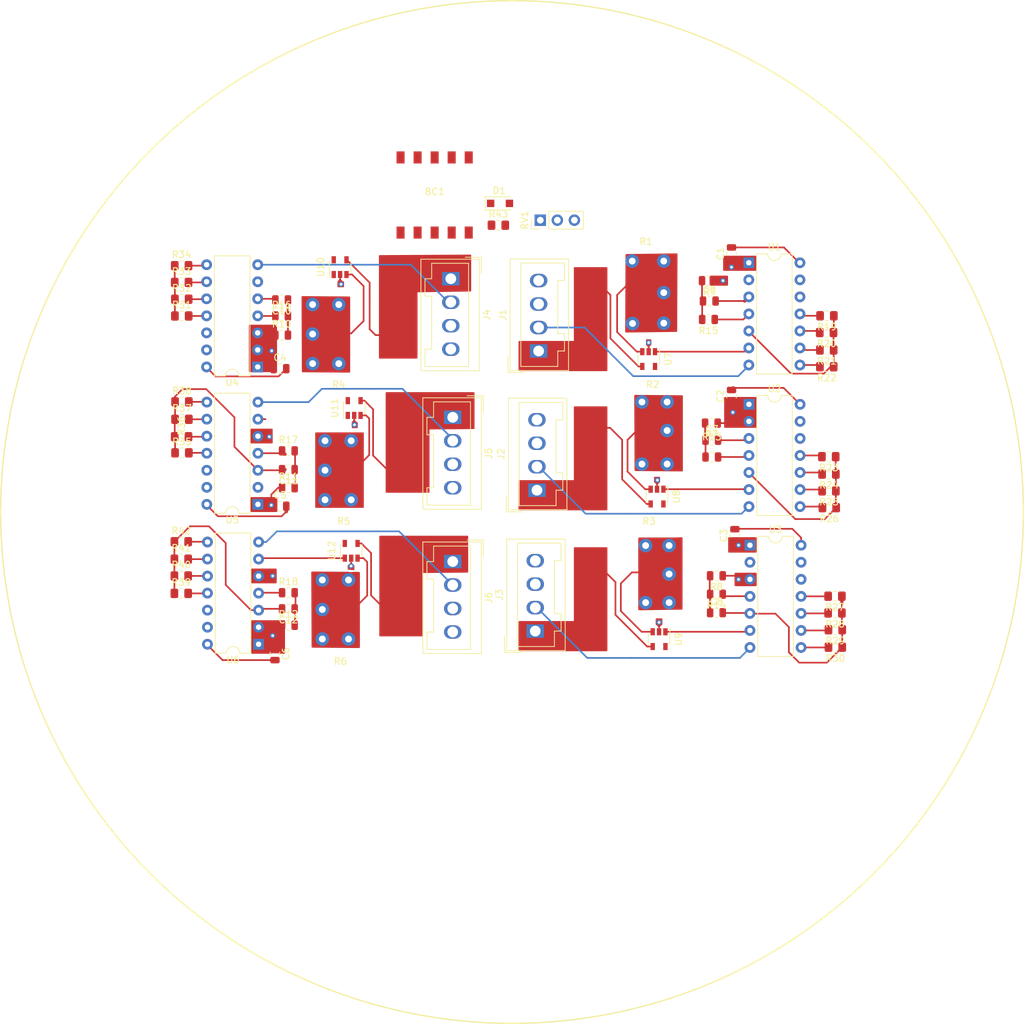
<source format=kicad_pcb>
(kicad_pcb (version 20171130) (host pcbnew "(5.0.0)")
  (layers (0 F.Cu signal) (1 In1.Cu power hide) (2 In2.Cu power hide) (31 B.Cu signal) (34 B.Paste user) (35 F.Paste user) (36 B.SilkS user) (37 F.SilkS user) (38 B.Mask user) (39 F.Mask user) (44 Edge.Cuts user))
  (net 0 "")
  (net 1 GNDPWR)
  (net 2 /PWM1)
  (net 3 +12P)
  (net 4 /PWM2)
  (net 5 /PWM3)
  (net 6 /PWM4)
  (net 7 /PWM5)
  (net 8 /PWM6)
  (net 9 +5VP)
  (net 10 "Net-(R16-Pad1)")
  (net 11 /CS4)
  (net 12 "Net-(R15-Pad1)")
  (net 13 /CS1)
  (net 14 /CS6)
  (net 15 "Net-(R18-Pad1)")
  (net 16 "Net-(R17-Pad1)")
  (net 17 /CS5)
  (net 18 /CS3)
  (net 19 "Net-(R14-Pad1)")
  (net 20 "Net-(R13-Pad1)")
  (net 21 /CS2)
  (net 22 "Net-(C10-Pad1)")
  (net 23 "Net-(C7-Pad1)")
  (net 24 "Net-(C8-Pad1)")
  (net 25 "Net-(C9-Pad1)")
  (net 26 "Net-(C11-Pad1)")
  (net 27 "Net-(C12-Pad1)")
  (net 28 "Net-(R25-Pad2)")
  (net 29 "Net-(R36-Pad2)")
  (net 30 "Net-(R24-Pad2)")
  (net 31 "Net-(R28-Pad2)")
  (net 32 "Net-(R27-Pad2)")
  (net 33 "Net-(R26-Pad2)")
  (net 34 "Net-(R30-Pad2)")
  (net 35 "Net-(R23-Pad2)")
  (net 36 "Net-(R22-Pad2)")
  (net 37 "Net-(R21-Pad2)")
  (net 38 "Net-(R20-Pad2)")
  (net 39 "Net-(R19-Pad2)")
  (net 40 "Net-(R32-Pad2)")
  (net 41 "Net-(R42-Pad2)")
  (net 42 "Net-(R31-Pad2)")
  (net 43 "Net-(R33-Pad2)")
  (net 44 "Net-(R34-Pad2)")
  (net 45 "Net-(R35-Pad2)")
  (net 46 "Net-(R29-Pad2)")
  (net 47 "Net-(R38-Pad2)")
  (net 48 "Net-(R39-Pad2)")
  (net 49 "Net-(R40-Pad2)")
  (net 50 "Net-(R41-Pad2)")
  (net 51 "Net-(R37-Pad2)")
  (net 52 "Net-(J1-Pad1)")
  (net 53 "Net-(J2-Pad1)")
  (net 54 "Net-(J3-Pad1)")
  (net 55 "Net-(J4-Pad1)")
  (net 56 "Net-(J5-Pad1)")
  (net 57 "Net-(J6-Pad1)")
  (net 58 /SDA_iso)
  (net 59 /SCL_iso)
  (net 60 "Net-(BC1-Pad6)")
  (net 61 "Net-(R43-Pad2)")
  (net 62 "Net-(BC1-Pad4)")
  (module Capacitor_SMD:C_0805_2012Metric (layer F.Cu) (at 106.447483 127.883263 270)
    (fp_text reference C6 (at 0 -1.65 270) (layer F.SilkS))
    (fp_text value .1uF)
    (pad 2 smd roundrect (at 0.9375 0 270) (size 0.975 1.4) (layers F.Cu F.Paste F.Mask) (net 1 GNDPWR))
    (pad 1 smd roundrect (at -0.9375 0 270) (size 0.975 1.4) (layers F.Cu F.Paste F.Mask) (net 9 +5VP))
  )
  (module Connector_Wago:Wago_734-134_1x04_P3.50mm_Vertical (layer F.Cu) (at 145.5 103.5 90)
    (fp_text reference J2 (at 5.4 -5.35 90) (layer F.SilkS))
    (fp_text value Conn_01x04_Female)
    (pad 4 thru_hole oval (at 10.5 0 90) (size 2 2.6) (drill 1.6) (layers *.Cu *.Mask) (net 1 GNDPWR))
    (pad 3 thru_hole oval (at 7 0 90) (size 2 2.6) (drill 1.6) (layers *.Cu *.Mask) (net 1 GNDPWR))
    (pad 2 thru_hole oval (at 3.5 0 90) (size 2 2.6) (drill 1.6) (layers *.Cu *.Mask) (net 4 /PWM2))
    (pad 1 thru_hole rect (at 0 0 90) (size 2 2.6) (drill 1.6) (layers *.Cu *.Mask) (net 53 "Net-(J2-Pad1)"))
  )
  (module Connector_PinHeader_2.54mm:PinHeader_1x03_P2.54mm_Vertical (layer F.Cu) (at 146 63.25 90)
    (fp_text reference RV1 (at 0 -2.33 90) (layer F.SilkS))
    (fp_text value R_POT_TRIM_US)
    (pad 1 thru_hole rect (at 0 0 90) (size 1.7 1.7) (drill 1) (layers *.Cu *.Mask) (net 1 GNDPWR))
    (pad 2 thru_hole oval (at 0 2.54 90) (size 1.7 1.7) (drill 1) (layers *.Cu *.Mask) (net 61 "Net-(R43-Pad2)"))
    (pad 3 thru_hole oval (at 0 5.08 90) (size 1.7 1.7) (drill 1) (layers *.Cu *.Mask) (net 61 "Net-(R43-Pad2)"))
  )
  (module Connector_Wago:Wago_734-134_1x04_P3.50mm_Vertical (layer F.Cu) (at 132.947483 114.133263 270)
    (fp_text reference J6 (at 5.4 -5.35 270) (layer F.SilkS))
    (fp_text value Conn_01x04_Female)
    (pad 4 thru_hole oval (at 10.5 0 270) (size 2 2.6) (drill 1.6) (layers *.Cu *.Mask) (net 1 GNDPWR))
    (pad 3 thru_hole oval (at 7 0 270) (size 2 2.6) (drill 1.6) (layers *.Cu *.Mask) (net 1 GNDPWR))
    (pad 2 thru_hole oval (at 3.5 0 270) (size 2 2.6) (drill 1.6) (layers *.Cu *.Mask) (net 8 /PWM6))
    (pad 1 thru_hole rect (at 0 0 270) (size 2 2.6) (drill 1.6) (layers *.Cu *.Mask) (net 57 "Net-(J6-Pad1)"))
  )
  (module Connector_Wago:Wago_734-134_1x04_P3.50mm_Vertical (layer F.Cu) (at 145.75 82.75 90)
    (fp_text reference J1 (at 5.4 -5.35 90) (layer F.SilkS))
    (fp_text value Conn_01x04_Female)
    (pad 1 thru_hole rect (at 0 0 90) (size 2 2.6) (drill 1.6) (layers *.Cu *.Mask) (net 52 "Net-(J1-Pad1)"))
    (pad 2 thru_hole oval (at 3.5 0 90) (size 2 2.6) (drill 1.6) (layers *.Cu *.Mask) (net 2 /PWM1))
    (pad 3 thru_hole oval (at 7 0 90) (size 2 2.6) (drill 1.6) (layers *.Cu *.Mask) (net 1 GNDPWR))
    (pad 4 thru_hole oval (at 10.5 0 90) (size 2 2.6) (drill 1.6) (layers *.Cu *.Mask) (net 1 GNDPWR))
  )
  (module Connector_Wago:Wago_734-134_1x04_P3.50mm_Vertical (layer F.Cu) (at 145.25 124.5 90)
    (fp_text reference J3 (at 5.4 -5.35 90) (layer F.SilkS))
    (fp_text value Conn_01x04_Female)
    (pad 1 thru_hole rect (at 0 0 90) (size 2 2.6) (drill 1.6) (layers *.Cu *.Mask) (net 54 "Net-(J3-Pad1)"))
    (pad 2 thru_hole oval (at 3.5 0 90) (size 2 2.6) (drill 1.6) (layers *.Cu *.Mask) (net 5 /PWM3))
    (pad 3 thru_hole oval (at 7 0 90) (size 2 2.6) (drill 1.6) (layers *.Cu *.Mask) (net 1 GNDPWR))
    (pad 4 thru_hole oval (at 10.5 0 90) (size 2 2.6) (drill 1.6) (layers *.Cu *.Mask) (net 1 GNDPWR))
  )
  (module Connector_Wago:Wago_734-134_1x04_P3.50mm_Vertical (layer F.Cu) (at 132.660487 71.978689 270)
    (fp_text reference J4 (at 5.4 -5.35 270) (layer F.SilkS))
    (fp_text value Conn_01x04_Female)
    (pad 4 thru_hole oval (at 10.5 0 270) (size 2 2.6) (drill 1.6) (layers *.Cu *.Mask) (net 1 GNDPWR))
    (pad 3 thru_hole oval (at 7 0 270) (size 2 2.6) (drill 1.6) (layers *.Cu *.Mask) (net 1 GNDPWR))
    (pad 2 thru_hole oval (at 3.5 0 270) (size 2 2.6) (drill 1.6) (layers *.Cu *.Mask) (net 6 /PWM4))
    (pad 1 thru_hole rect (at 0 0 270) (size 2 2.6) (drill 1.6) (layers *.Cu *.Mask) (net 55 "Net-(J4-Pad1)"))
  )
  (module Connector_Wago:Wago_734-134_1x04_P3.50mm_Vertical (layer F.Cu) (at 132.947483 92.633263 270)
    (fp_text reference J5 (at 5.4 -5.35 270) (layer F.SilkS))
    (fp_text value Conn_01x04_Female)
    (pad 1 thru_hole rect (at 0 0 270) (size 2 2.6) (drill 1.6) (layers *.Cu *.Mask) (net 56 "Net-(J5-Pad1)"))
    (pad 2 thru_hole oval (at 3.5 0 270) (size 2 2.6) (drill 1.6) (layers *.Cu *.Mask) (net 7 /PWM5))
    (pad 3 thru_hole oval (at 7 0 270) (size 2 2.6) (drill 1.6) (layers *.Cu *.Mask) (net 1 GNDPWR))
    (pad 4 thru_hole oval (at 10.5 0 270) (size 2 2.6) (drill 1.6) (layers *.Cu *.Mask) (net 1 GNDPWR))
  )
  (module rov:D_SOD-123F (layer F.Cu) (at 140 60.75)
    (fp_text reference D1 (at -0.127 -1.905) (layer F.SilkS))
    (fp_text value D_Small)
    (pad 1 smd rect (at -1.4 0) (size 1.1 1.1) (layers F.Cu F.Paste F.Mask) (net 9 +5VP))
    (pad 2 smd rect (at 1.4 0) (size 1.1 1.1) (layers F.Cu F.Paste F.Mask) (net 62 "Net-(BC1-Pad4)"))
  )
  (module rov:R78AA-1.0 (layer F.Cu) (at 130.25 59.5 180)
    (fp_text reference BC1 (at 0 0.5 180) (layer F.SilkS))
    (fp_text value R-78AA-1.0)
    (pad 3 smd rect (at 0 5.6 180) (size 1.2 1.8) (layers F.Cu F.Paste F.Mask) (net 1 GNDPWR))
    (pad 4 smd rect (at 2.54 5.6 180) (size 1.2 1.8) (layers F.Cu F.Paste F.Mask) (net 62 "Net-(BC1-Pad4)"))
    (pad 5 smd rect (at 5.08 5.6 180) (size 1.2 1.8) (layers F.Cu F.Paste F.Mask) (net 62 "Net-(BC1-Pad4)"))
    (pad 1 smd rect (at -5.08 5.6 180) (size 1.2 1.8) (layers F.Cu F.Paste F.Mask) (net 3 +12P))
    (pad 2 smd rect (at -2.54 5.6 180) (size 1.2 1.8) (layers F.Cu F.Paste F.Mask) (net 3 +12P))
    (pad 10 smd rect (at -5.08 -5.6) (size 1.2 1.8) (layers F.Cu F.Paste F.Mask) (net 3 +12P))
    (pad 9 smd rect (at -2.54 -5.6) (size 1.2 1.8) (layers F.Cu F.Paste F.Mask) (net 1 GNDPWR))
    (pad 7 smd rect (at 2.54 -5.6) (size 1.2 1.8) (layers F.Cu F.Paste F.Mask) (net 1 GNDPWR))
    (pad 8 smd rect (at 0 -5.6) (size 1.2 1.8) (layers F.Cu F.Paste F.Mask) (net 1 GNDPWR))
    (pad 6 smd rect (at 5.08 -5.6) (size 1.2 1.8) (layers F.Cu F.Paste F.Mask) (net 60 "Net-(BC1-Pad6)"))
  )
  (module rov:R_0805_SMD (layer F.Cu) (at 139.75 64)
    (fp_text reference R43 (at 0 -1.65) (layer F.SilkS))
    (fp_text value R_Small)
    (pad 1 smd roundrect (at -1.025 0) (size 1.15 1.4) (layers F.Cu F.Paste F.Mask) (roundrect_rratio 0.217391) (net 60 "Net-(BC1-Pad6)"))
    (pad 2 smd roundrect (at 1.025 0) (size 1.15 1.4) (layers F.Cu F.Paste F.Mask) (roundrect_rratio 0.217391) (net 61 "Net-(R43-Pad2)"))
  )
  (module "ROV:Shunt Resistor" (layer F.Cu) (at 115.960487 87.240689)
    (fp_text reference R4 (at 0 0.5) (layer F.SilkS))
    (fp_text value WSLP59311L000FEB)
    (pad 2 smd rect (at 8.3 -7.112) (size 2.7 6.2) (layers F.Cu F.Paste F.Mask) (net 55 "Net-(J4-Pad1)"))
    (pad 1 smd rect (at 0 -7.112) (size 2.7 6.2) (layers F.Cu F.Paste F.Mask) (net 3 +12P))
  )
  (module "ROV:Shunt Resistor" (layer F.Cu) (at 162.75 88.25 180)
    (fp_text reference R2 (at 0 0.5 180) (layer F.SilkS))
    (fp_text value WSLP59311L000FEB)
    (pad 2 smd rect (at 8.3 -7.112 180) (size 2.7 6.2) (layers F.Cu F.Paste F.Mask) (net 53 "Net-(J2-Pad1)"))
    (pad 1 smd rect (at 0 -7.112 180) (size 2.7 6.2) (layers F.Cu F.Paste F.Mask) (net 3 +12P))
  )
  (module Package_DIP:DIP-14_W7.62mm (layer F.Cu) (at 177.1 90.7)
    (fp_text reference U2 (at 3.81 -2.33) (layer F.SilkS))
    (fp_text value PIC16F15323)
    (pad 14 thru_hole oval (at 7.62 0) (size 1.6 1.6) (drill 0.8) (layers *.Cu *.Mask) (net 1 GNDPWR))
    (pad 7 thru_hole oval (at 0 15.24) (size 1.6 1.6) (drill 0.8) (layers *.Cu *.Mask) (net 4 /PWM2))
    (pad 13 thru_hole oval (at 7.62 2.54) (size 1.6 1.6) (drill 0.8) (layers *.Cu *.Mask) (net 58 /SDA_iso))
    (pad 6 thru_hole oval (at 0 12.7) (size 1.6 1.6) (drill 0.8) (layers *.Cu *.Mask) (net 21 /CS2))
    (pad 12 thru_hole oval (at 7.62 5.08) (size 1.6 1.6) (drill 0.8) (layers *.Cu *.Mask) (net 59 /SCL_iso))
    (pad 5 thru_hole oval (at 0 10.16) (size 1.6 1.6) (drill 0.8) (layers *.Cu *.Mask) (net 1 GNDPWR))
    (pad 11 thru_hole oval (at 7.62 7.62) (size 1.6 1.6) (drill 0.8) (layers *.Cu *.Mask) (net 35 "Net-(R23-Pad2)"))
    (pad 4 thru_hole oval (at 0 7.62) (size 1.6 1.6) (drill 0.8) (layers *.Cu *.Mask) (net 20 "Net-(R13-Pad1)"))
    (pad 10 thru_hole oval (at 7.62 10.16) (size 1.6 1.6) (drill 0.8) (layers *.Cu *.Mask) (net 30 "Net-(R24-Pad2)"))
    (pad 3 thru_hole oval (at 0 5.08) (size 1.6 1.6) (drill 0.8) (layers *.Cu *.Mask) (net 1 GNDPWR))
    (pad 9 thru_hole oval (at 7.62 12.7) (size 1.6 1.6) (drill 0.8) (layers *.Cu *.Mask) (net 28 "Net-(R25-Pad2)"))
    (pad 2 thru_hole oval (at 0 2.54) (size 1.6 1.6) (drill 0.8) (layers *.Cu *.Mask) (net 9 +5VP))
    (pad 8 thru_hole oval (at 7.62 15.24) (size 1.6 1.6) (drill 0.8) (layers *.Cu *.Mask) (net 33 "Net-(R26-Pad2)"))
    (pad 1 thru_hole rect (at 0 0) (size 1.6 1.6) (drill 0.8) (layers *.Cu *.Mask) (net 9 +5VP))
  )
  (module Package_DIP:DIP-14_W7.62mm (layer F.Cu) (at 104.010487 126.458689 180)
    (fp_text reference U6 (at 3.81 -2.33 180) (layer F.SilkS))
    (fp_text value PIC16F15323)
    (pad 14 thru_hole oval (at 7.62 0 180) (size 1.6 1.6) (drill 0.8) (layers *.Cu *.Mask) (net 1 GNDPWR))
    (pad 7 thru_hole oval (at 0 15.24 180) (size 1.6 1.6) (drill 0.8) (layers *.Cu *.Mask) (net 8 /PWM6))
    (pad 13 thru_hole oval (at 7.62 2.54 180) (size 1.6 1.6) (drill 0.8) (layers *.Cu *.Mask) (net 58 /SDA_iso))
    (pad 6 thru_hole oval (at 0 12.7 180) (size 1.6 1.6) (drill 0.8) (layers *.Cu *.Mask) (net 14 /CS6))
    (pad 12 thru_hole oval (at 7.62 5.08 180) (size 1.6 1.6) (drill 0.8) (layers *.Cu *.Mask) (net 59 /SCL_iso))
    (pad 5 thru_hole oval (at 0 10.16 180) (size 1.6 1.6) (drill 0.8) (layers *.Cu *.Mask) (net 9 +5VP))
    (pad 11 thru_hole oval (at 7.62 7.62 180) (size 1.6 1.6) (drill 0.8) (layers *.Cu *.Mask) (net 48 "Net-(R39-Pad2)"))
    (pad 4 thru_hole oval (at 0 7.62 180) (size 1.6 1.6) (drill 0.8) (layers *.Cu *.Mask) (net 15 "Net-(R18-Pad1)"))
    (pad 10 thru_hole oval (at 7.62 10.16 180) (size 1.6 1.6) (drill 0.8) (layers *.Cu *.Mask) (net 49 "Net-(R40-Pad2)"))
    (pad 3 thru_hole oval (at 0 5.08 180) (size 1.6 1.6) (drill 0.8) (layers *.Cu *.Mask) (net 1 GNDPWR))
    (pad 9 thru_hole oval (at 7.62 12.7 180) (size 1.6 1.6) (drill 0.8) (layers *.Cu *.Mask) (net 50 "Net-(R41-Pad2)"))
    (pad 2 thru_hole oval (at 0 2.54 180) (size 1.6 1.6) (drill 0.8) (layers *.Cu *.Mask) (net 9 +5VP))
    (pad 8 thru_hole oval (at 7.62 15.24 180) (size 1.6 1.6) (drill 0.8) (layers *.Cu *.Mask) (net 41 "Net-(R42-Pad2)"))
    (pad 1 thru_hole rect (at 0 0 180) (size 1.6 1.6) (drill 0.8) (layers *.Cu *.Mask) (net 9 +5VP))
  )
  (module Package_DIP:DIP-14_W7.62mm (layer F.Cu) (at 103.910487 105.608689 180)
    (fp_text reference U5 (at 3.81 -2.33 180) (layer F.SilkS))
    (fp_text value PIC16F15323)
    (pad 14 thru_hole oval (at 7.62 0 180) (size 1.6 1.6) (drill 0.8) (layers *.Cu *.Mask) (net 1 GNDPWR))
    (pad 7 thru_hole oval (at 0 15.24 180) (size 1.6 1.6) (drill 0.8) (layers *.Cu *.Mask) (net 7 /PWM5))
    (pad 13 thru_hole oval (at 7.62 2.54 180) (size 1.6 1.6) (drill 0.8) (layers *.Cu *.Mask) (net 58 /SDA_iso))
    (pad 6 thru_hole oval (at 0 12.7 180) (size 1.6 1.6) (drill 0.8) (layers *.Cu *.Mask) (net 17 /CS5))
    (pad 12 thru_hole oval (at 7.62 5.08 180) (size 1.6 1.6) (drill 0.8) (layers *.Cu *.Mask) (net 59 /SCL_iso))
    (pad 5 thru_hole oval (at 0 10.16 180) (size 1.6 1.6) (drill 0.8) (layers *.Cu *.Mask) (net 9 +5VP))
    (pad 11 thru_hole oval (at 7.62 7.62 180) (size 1.6 1.6) (drill 0.8) (layers *.Cu *.Mask) (net 45 "Net-(R35-Pad2)"))
    (pad 4 thru_hole oval (at 0 7.62 180) (size 1.6 1.6) (drill 0.8) (layers *.Cu *.Mask) (net 16 "Net-(R17-Pad1)"))
    (pad 10 thru_hole oval (at 7.62 10.16 180) (size 1.6 1.6) (drill 0.8) (layers *.Cu *.Mask) (net 29 "Net-(R36-Pad2)"))
    (pad 3 thru_hole oval (at 0 5.08 180) (size 1.6 1.6) (drill 0.8) (layers *.Cu *.Mask) (net 1 GNDPWR))
    (pad 9 thru_hole oval (at 7.62 12.7 180) (size 1.6 1.6) (drill 0.8) (layers *.Cu *.Mask) (net 51 "Net-(R37-Pad2)"))
    (pad 2 thru_hole oval (at 0 2.54 180) (size 1.6 1.6) (drill 0.8) (layers *.Cu *.Mask) (net 1 GNDPWR))
    (pad 8 thru_hole oval (at 7.62 15.24 180) (size 1.6 1.6) (drill 0.8) (layers *.Cu *.Mask) (net 47 "Net-(R38-Pad2)"))
    (pad 1 thru_hole rect (at 0 0 180) (size 1.6 1.6) (drill 0.8) (layers *.Cu *.Mask) (net 9 +5VP))
  )
  (module Package_DIP:DIP-14_W7.62mm (layer F.Cu) (at 103.880487 85.128689 180)
    (fp_text reference U4 (at 3.81 -2.33 180) (layer F.SilkS))
    (fp_text value PIC16F15323)
    (pad 14 thru_hole oval (at 7.62 0 180) (size 1.6 1.6) (drill 0.8) (layers *.Cu *.Mask) (net 1 GNDPWR))
    (pad 7 thru_hole oval (at 0 15.24 180) (size 1.6 1.6) (drill 0.8) (layers *.Cu *.Mask) (net 6 /PWM4))
    (pad 13 thru_hole oval (at 7.62 2.54 180) (size 1.6 1.6) (drill 0.8) (layers *.Cu *.Mask) (net 58 /SDA_iso))
    (pad 6 thru_hole oval (at 0 12.7 180) (size 1.6 1.6) (drill 0.8) (layers *.Cu *.Mask) (net 11 /CS4))
    (pad 12 thru_hole oval (at 7.62 5.08 180) (size 1.6 1.6) (drill 0.8) (layers *.Cu *.Mask) (net 59 /SCL_iso))
    (pad 5 thru_hole oval (at 0 10.16 180) (size 1.6 1.6) (drill 0.8) (layers *.Cu *.Mask) (net 1 GNDPWR))
    (pad 11 thru_hole oval (at 7.62 7.62 180) (size 1.6 1.6) (drill 0.8) (layers *.Cu *.Mask) (net 42 "Net-(R31-Pad2)"))
    (pad 4 thru_hole oval (at 0 7.62 180) (size 1.6 1.6) (drill 0.8) (layers *.Cu *.Mask) (net 10 "Net-(R16-Pad1)"))
    (pad 10 thru_hole oval (at 7.62 10.16 180) (size 1.6 1.6) (drill 0.8) (layers *.Cu *.Mask) (net 40 "Net-(R32-Pad2)"))
    (pad 3 thru_hole oval (at 0 5.08 180) (size 1.6 1.6) (drill 0.8) (layers *.Cu *.Mask) (net 9 +5VP))
    (pad 9 thru_hole oval (at 7.62 12.7 180) (size 1.6 1.6) (drill 0.8) (layers *.Cu *.Mask) (net 43 "Net-(R33-Pad2)"))
    (pad 2 thru_hole oval (at 0 2.54 180) (size 1.6 1.6) (drill 0.8) (layers *.Cu *.Mask) (net 9 +5VP))
    (pad 8 thru_hole oval (at 7.62 15.24 180) (size 1.6 1.6) (drill 0.8) (layers *.Cu *.Mask) (net 44 "Net-(R34-Pad2)"))
    (pad 1 thru_hole rect (at 0 0 180) (size 1.6 1.6) (drill 0.8) (layers *.Cu *.Mask) (net 9 +5VP))
  )
  (module Package_DIP:DIP-14_W7.62mm (layer F.Cu) (at 177.25 111.7)
    (fp_text reference U3 (at 3.81 -2.33) (layer F.SilkS))
    (fp_text value PIC16F15323)
    (pad 14 thru_hole oval (at 7.62 0) (size 1.6 1.6) (drill 0.8) (layers *.Cu *.Mask) (net 1 GNDPWR))
    (pad 7 thru_hole oval (at 0 15.24) (size 1.6 1.6) (drill 0.8) (layers *.Cu *.Mask) (net 5 /PWM3))
    (pad 13 thru_hole oval (at 7.62 2.54) (size 1.6 1.6) (drill 0.8) (layers *.Cu *.Mask) (net 58 /SDA_iso))
    (pad 6 thru_hole oval (at 0 12.7) (size 1.6 1.6) (drill 0.8) (layers *.Cu *.Mask) (net 18 /CS3))
    (pad 12 thru_hole oval (at 7.62 5.08) (size 1.6 1.6) (drill 0.8) (layers *.Cu *.Mask) (net 59 /SCL_iso))
    (pad 5 thru_hole oval (at 0 10.16) (size 1.6 1.6) (drill 0.8) (layers *.Cu *.Mask) (net 1 GNDPWR))
    (pad 11 thru_hole oval (at 7.62 7.62) (size 1.6 1.6) (drill 0.8) (layers *.Cu *.Mask) (net 32 "Net-(R27-Pad2)"))
    (pad 4 thru_hole oval (at 0 7.62) (size 1.6 1.6) (drill 0.8) (layers *.Cu *.Mask) (net 19 "Net-(R14-Pad1)"))
    (pad 10 thru_hole oval (at 7.62 10.16) (size 1.6 1.6) (drill 0.8) (layers *.Cu *.Mask) (net 31 "Net-(R28-Pad2)"))
    (pad 3 thru_hole oval (at 0 5.08) (size 1.6 1.6) (drill 0.8) (layers *.Cu *.Mask) (net 9 +5VP))
    (pad 9 thru_hole oval (at 7.62 12.7) (size 1.6 1.6) (drill 0.8) (layers *.Cu *.Mask) (net 46 "Net-(R29-Pad2)"))
    (pad 2 thru_hole oval (at 0 2.54) (size 1.6 1.6) (drill 0.8) (layers *.Cu *.Mask) (net 1 GNDPWR))
    (pad 8 thru_hole oval (at 7.62 15.24) (size 1.6 1.6) (drill 0.8) (layers *.Cu *.Mask) (net 34 "Net-(R30-Pad2)"))
    (pad 1 thru_hole rect (at 0 0) (size 1.6 1.6) (drill 0.8) (layers *.Cu *.Mask) (net 9 +5VP))
  )
  (module Package_DIP:DIP-14_W7.62mm (layer F.Cu) (at 177.08 69.6)
    (fp_text reference U1 (at 3.81 -2.33) (layer F.SilkS))
    (fp_text value PIC16F15323)
    (pad 14 thru_hole oval (at 7.62 0) (size 1.6 1.6) (drill 0.8) (layers *.Cu *.Mask) (net 1 GNDPWR))
    (pad 7 thru_hole oval (at 0 15.24) (size 1.6 1.6) (drill 0.8) (layers *.Cu *.Mask) (net 2 /PWM1))
    (pad 13 thru_hole oval (at 7.62 2.54) (size 1.6 1.6) (drill 0.8) (layers *.Cu *.Mask) (net 58 /SDA_iso))
    (pad 6 thru_hole oval (at 0 12.7) (size 1.6 1.6) (drill 0.8) (layers *.Cu *.Mask) (net 13 /CS1))
    (pad 12 thru_hole oval (at 7.62 5.08) (size 1.6 1.6) (drill 0.8) (layers *.Cu *.Mask) (net 59 /SCL_iso))
    (pad 5 thru_hole oval (at 0 10.16) (size 1.6 1.6) (drill 0.8) (layers *.Cu *.Mask) (net 1 GNDPWR))
    (pad 11 thru_hole oval (at 7.62 7.62) (size 1.6 1.6) (drill 0.8) (layers *.Cu *.Mask) (net 39 "Net-(R19-Pad2)"))
    (pad 4 thru_hole oval (at 0 7.62) (size 1.6 1.6) (drill 0.8) (layers *.Cu *.Mask) (net 12 "Net-(R15-Pad1)"))
    (pad 10 thru_hole oval (at 7.62 10.16) (size 1.6 1.6) (drill 0.8) (layers *.Cu *.Mask) (net 38 "Net-(R20-Pad2)"))
    (pad 3 thru_hole oval (at 0 5.08) (size 1.6 1.6) (drill 0.8) (layers *.Cu *.Mask) (net 1 GNDPWR))
    (pad 9 thru_hole oval (at 7.62 12.7) (size 1.6 1.6) (drill 0.8) (layers *.Cu *.Mask) (net 37 "Net-(R21-Pad2)"))
    (pad 2 thru_hole oval (at 0 2.54) (size 1.6 1.6) (drill 0.8) (layers *.Cu *.Mask) (net 1 GNDPWR))
    (pad 8 thru_hole oval (at 7.62 15.24) (size 1.6 1.6) (drill 0.8) (layers *.Cu *.Mask) (net 36 "Net-(R22-Pad2)"))
    (pad 1 thru_hole rect (at 0 0) (size 1.6 1.6) (drill 0.8) (layers *.Cu *.Mask) (net 9 +5VP))
  )
  (module Capacitor_SMD:C_0805_2012Metric (layer F.Cu) (at 174.5 89.5 90)
    (fp_text reference C2 (at 0 -1.65 90) (layer F.SilkS))
    (fp_text value .1uF)
    (pad 2 smd roundrect (at 0.9375 0 90) (size 0.975 1.4) (layers F.Cu F.Paste F.Mask) (net 1 GNDPWR))
    (pad 1 smd roundrect (at -0.9375 0 90) (size 0.975 1.4) (layers F.Cu F.Paste F.Mask) (net 9 +5VP))
  )
  (module Resistor_SMD:R_0805_2012Metric_Pad1.15x1.40mm_HandSolder (layer F.Cu) (at 92.585487 92.928689)
    (fp_text reference R37 (at 0 -1.65) (layer F.SilkS))
    (fp_text value 1k)
    (pad 2 smd roundrect (at 1.025 0) (size 1.15 1.4) (layers F.Cu F.Paste F.Mask) (roundrect_rratio 0.217391) (net 51 "Net-(R37-Pad2)"))
    (pad 1 smd roundrect (at -1.025 0) (size 1.15 1.4) (layers F.Cu F.Paste F.Mask) (roundrect_rratio 0.217391) (net 1 GNDPWR))
  )
  (module Resistor_SMD:R_0805_2012Metric_Pad1.15x1.40mm_HandSolder (layer F.Cu) (at 92.485487 113.778689)
    (fp_text reference R41 (at 0 -1.65) (layer F.SilkS))
    (fp_text value 1k)
    (pad 2 smd roundrect (at 1.025 0) (size 1.15 1.4) (layers F.Cu F.Paste F.Mask) (roundrect_rratio 0.217391) (net 50 "Net-(R41-Pad2)"))
    (pad 1 smd roundrect (at -1.025 0) (size 1.15 1.4) (layers F.Cu F.Paste F.Mask) (roundrect_rratio 0.217391) (net 1 GNDPWR))
  )
  (module Resistor_SMD:R_0805_2012Metric_Pad1.15x1.40mm_HandSolder (layer F.Cu) (at 92.485487 116.278689)
    (fp_text reference R40 (at 0 -1.65) (layer F.SilkS))
    (fp_text value 1k)
    (pad 2 smd roundrect (at 1.025 0) (size 1.15 1.4) (layers F.Cu F.Paste F.Mask) (roundrect_rratio 0.217391) (net 49 "Net-(R40-Pad2)"))
    (pad 1 smd roundrect (at -1.025 0) (size 1.15 1.4) (layers F.Cu F.Paste F.Mask) (roundrect_rratio 0.217391) (net 1 GNDPWR))
  )
  (module Resistor_SMD:R_0805_2012Metric_Pad1.15x1.40mm_HandSolder (layer F.Cu) (at 92.485487 118.878689)
    (fp_text reference R39 (at 0 -1.65) (layer F.SilkS))
    (fp_text value R_Small)
    (pad 2 smd roundrect (at 1.025 0) (size 1.15 1.4) (layers F.Cu F.Paste F.Mask) (roundrect_rratio 0.217391) (net 48 "Net-(R39-Pad2)"))
    (pad 1 smd roundrect (at -1.025 0) (size 1.15 1.4) (layers F.Cu F.Paste F.Mask) (roundrect_rratio 0.217391) (net 1 GNDPWR))
  )
  (module Resistor_SMD:R_0805_2012Metric_Pad1.15x1.40mm_HandSolder (layer F.Cu) (at 92.585487 90.328689)
    (fp_text reference R38 (at 0 -1.65) (layer F.SilkS))
    (fp_text value 1k)
    (pad 2 smd roundrect (at 1.025 0) (size 1.15 1.4) (layers F.Cu F.Paste F.Mask) (roundrect_rratio 0.217391) (net 47 "Net-(R38-Pad2)"))
    (pad 1 smd roundrect (at -1.025 0) (size 1.15 1.4) (layers F.Cu F.Paste F.Mask) (roundrect_rratio 0.217391) (net 1 GNDPWR))
  )
  (module Resistor_SMD:R_0805_2012Metric_Pad1.15x1.40mm_HandSolder (layer F.Cu) (at 189.975 124.3 180)
    (fp_text reference R29 (at 0 -1.65 180) (layer F.SilkS))
    (fp_text value 1k)
    (pad 2 smd roundrect (at 1.025 0 180) (size 1.15 1.4) (layers F.Cu F.Paste F.Mask) (roundrect_rratio 0.217391) (net 46 "Net-(R29-Pad2)"))
    (pad 1 smd roundrect (at -1.025 0 180) (size 1.15 1.4) (layers F.Cu F.Paste F.Mask) (roundrect_rratio 0.217391) (net 1 GNDPWR))
  )
  (module Resistor_SMD:R_0805_2012Metric_Pad1.15x1.40mm_HandSolder (layer F.Cu) (at 92.585487 97.928689)
    (fp_text reference R35 (at 0 -1.65) (layer F.SilkS))
    (fp_text value R_Small)
    (pad 2 smd roundrect (at 1.025 0) (size 1.15 1.4) (layers F.Cu F.Paste F.Mask) (roundrect_rratio 0.217391) (net 45 "Net-(R35-Pad2)"))
    (pad 1 smd roundrect (at -1.025 0) (size 1.15 1.4) (layers F.Cu F.Paste F.Mask) (roundrect_rratio 0.217391) (net 1 GNDPWR))
  )
  (module Resistor_SMD:R_0805_2012Metric_Pad1.15x1.40mm_HandSolder (layer F.Cu) (at 92.535487 70.028689)
    (fp_text reference R34 (at 0 -1.65) (layer F.SilkS))
    (fp_text value R_Small)
    (pad 2 smd roundrect (at 1.025 0) (size 1.15 1.4) (layers F.Cu F.Paste F.Mask) (roundrect_rratio 0.217391) (net 44 "Net-(R34-Pad2)"))
    (pad 1 smd roundrect (at -1.025 0) (size 1.15 1.4) (layers F.Cu F.Paste F.Mask) (roundrect_rratio 0.217391) (net 1 GNDPWR))
  )
  (module Resistor_SMD:R_0805_2012Metric_Pad1.15x1.40mm_HandSolder (layer F.Cu) (at 92.535487 72.528689)
    (fp_text reference R33 (at 0 -1.65) (layer F.SilkS))
    (fp_text value R_Small)
    (pad 2 smd roundrect (at 1.025 0) (size 1.15 1.4) (layers F.Cu F.Paste F.Mask) (roundrect_rratio 0.217391) (net 43 "Net-(R33-Pad2)"))
    (pad 1 smd roundrect (at -1.025 0) (size 1.15 1.4) (layers F.Cu F.Paste F.Mask) (roundrect_rratio 0.217391) (net 1 GNDPWR))
  )
  (module Resistor_SMD:R_0805_2012Metric_Pad1.15x1.40mm_HandSolder (layer F.Cu) (at 92.560487 77.528689)
    (fp_text reference R31 (at 0 -1.65) (layer F.SilkS))
    (fp_text value R_Small)
    (pad 2 smd roundrect (at 1.025 0) (size 1.15 1.4) (layers F.Cu F.Paste F.Mask) (roundrect_rratio 0.217391) (net 42 "Net-(R31-Pad2)"))
    (pad 1 smd roundrect (at -1.025 0) (size 1.15 1.4) (layers F.Cu F.Paste F.Mask) (roundrect_rratio 0.217391) (net 1 GNDPWR))
  )
  (module Resistor_SMD:R_0805_2012Metric_Pad1.15x1.40mm_HandSolder (layer F.Cu) (at 92.485487 111.178689)
    (fp_text reference R42 (at 0 -1.65) (layer F.SilkS))
    (fp_text value 1k)
    (pad 2 smd roundrect (at 1.025 0) (size 1.15 1.4) (layers F.Cu F.Paste F.Mask) (roundrect_rratio 0.217391) (net 41 "Net-(R42-Pad2)"))
    (pad 1 smd roundrect (at -1.025 0) (size 1.15 1.4) (layers F.Cu F.Paste F.Mask) (roundrect_rratio 0.217391) (net 1 GNDPWR))
  )
  (module Resistor_SMD:R_0805_2012Metric_Pad1.15x1.40mm_HandSolder (layer F.Cu) (at 92.560487 75.028689)
    (fp_text reference R32 (at 0 -1.65) (layer F.SilkS))
    (fp_text value R_Small)
    (pad 2 smd roundrect (at 1.025 0) (size 1.15 1.4) (layers F.Cu F.Paste F.Mask) (roundrect_rratio 0.217391) (net 40 "Net-(R32-Pad2)"))
    (pad 1 smd roundrect (at -1.025 0) (size 1.15 1.4) (layers F.Cu F.Paste F.Mask) (roundrect_rratio 0.217391) (net 1 GNDPWR))
  )
  (module Resistor_SMD:R_0805_2012Metric_Pad1.15x1.40mm_HandSolder (layer F.Cu) (at 188.725 77.5 180)
    (fp_text reference R19 (at 0 -1.65 180) (layer F.SilkS))
    (fp_text value 1k)
    (pad 2 smd roundrect (at 1.025 0 180) (size 1.15 1.4) (layers F.Cu F.Paste F.Mask) (roundrect_rratio 0.217391) (net 39 "Net-(R19-Pad2)"))
    (pad 1 smd roundrect (at -1.025 0 180) (size 1.15 1.4) (layers F.Cu F.Paste F.Mask) (roundrect_rratio 0.217391) (net 1 GNDPWR))
  )
  (module Resistor_SMD:R_0805_2012Metric_Pad1.15x1.40mm_HandSolder (layer F.Cu) (at 188.675 80 180)
    (fp_text reference R20 (at 0 -1.65 180) (layer F.SilkS))
    (fp_text value 1k)
    (pad 2 smd roundrect (at 1.025 0 180) (size 1.15 1.4) (layers F.Cu F.Paste F.Mask) (roundrect_rratio 0.217391) (net 38 "Net-(R20-Pad2)"))
    (pad 1 smd roundrect (at -1.025 0 180) (size 1.15 1.4) (layers F.Cu F.Paste F.Mask) (roundrect_rratio 0.217391) (net 1 GNDPWR))
  )
  (module Resistor_SMD:R_0805_2012Metric_Pad1.15x1.40mm_HandSolder (layer F.Cu) (at 188.7 82.6 180)
    (fp_text reference R21 (at 0 -1.65 180) (layer F.SilkS))
    (fp_text value 1k)
    (pad 2 smd roundrect (at 1.025 0 180) (size 1.15 1.4) (layers F.Cu F.Paste F.Mask) (roundrect_rratio 0.217391) (net 37 "Net-(R21-Pad2)"))
    (pad 1 smd roundrect (at -1.025 0 180) (size 1.15 1.4) (layers F.Cu F.Paste F.Mask) (roundrect_rratio 0.217391) (net 1 GNDPWR))
  )
  (module Resistor_SMD:R_0805_2012Metric_Pad1.15x1.40mm_HandSolder (layer F.Cu) (at 188.7 85.1 180)
    (fp_text reference R22 (at 0 -1.65 180) (layer F.SilkS))
    (fp_text value 1k)
    (pad 2 smd roundrect (at 1.025 0 180) (size 1.15 1.4) (layers F.Cu F.Paste F.Mask) (roundrect_rratio 0.217391) (net 36 "Net-(R22-Pad2)"))
    (pad 1 smd roundrect (at -1.025 0 180) (size 1.15 1.4) (layers F.Cu F.Paste F.Mask) (roundrect_rratio 0.217391) (net 1 GNDPWR))
  )
  (module Resistor_SMD:R_0805_2012Metric_Pad1.15x1.40mm_HandSolder (layer F.Cu) (at 189 98.5 180)
    (fp_text reference R23 (at 0 -1.65 180) (layer F.SilkS))
    (fp_text value R_Small)
    (pad 2 smd roundrect (at 1.025 0 180) (size 1.15 1.4) (layers F.Cu F.Paste F.Mask) (roundrect_rratio 0.217391) (net 35 "Net-(R23-Pad2)"))
    (pad 1 smd roundrect (at -1.025 0 180) (size 1.15 1.4) (layers F.Cu F.Paste F.Mask) (roundrect_rratio 0.217391) (net 1 GNDPWR))
  )
  (module Resistor_SMD:R_0805_2012Metric_Pad1.15x1.40mm_HandSolder (layer F.Cu) (at 189.975 126.9 180)
    (fp_text reference R30 (at 0 -1.65 180) (layer F.SilkS))
    (fp_text value 1k)
    (pad 2 smd roundrect (at 1.025 0 180) (size 1.15 1.4) (layers F.Cu F.Paste F.Mask) (roundrect_rratio 0.217391) (net 34 "Net-(R30-Pad2)"))
    (pad 1 smd roundrect (at -1.025 0 180) (size 1.15 1.4) (layers F.Cu F.Paste F.Mask) (roundrect_rratio 0.217391) (net 1 GNDPWR))
  )
  (module Resistor_SMD:R_0805_2012Metric_Pad1.15x1.40mm_HandSolder (layer F.Cu) (at 189.075 106.1 180)
    (fp_text reference R26 (at 0 -1.65 180) (layer F.SilkS))
    (fp_text value 1k)
    (pad 2 smd roundrect (at 1.025 0 180) (size 1.15 1.4) (layers F.Cu F.Paste F.Mask) (roundrect_rratio 0.217391) (net 33 "Net-(R26-Pad2)"))
    (pad 1 smd roundrect (at -1.025 0 180) (size 1.15 1.4) (layers F.Cu F.Paste F.Mask) (roundrect_rratio 0.217391) (net 1 GNDPWR))
  )
  (module Resistor_SMD:R_0805_2012Metric_Pad1.15x1.40mm_HandSolder (layer F.Cu) (at 189.925 119.3 180)
    (fp_text reference R27 (at 0 -1.65 180) (layer F.SilkS))
    (fp_text value R_Small)
    (pad 2 smd roundrect (at 1.025 0 180) (size 1.15 1.4) (layers F.Cu F.Paste F.Mask) (roundrect_rratio 0.217391) (net 32 "Net-(R27-Pad2)"))
    (pad 1 smd roundrect (at -1.025 0 180) (size 1.15 1.4) (layers F.Cu F.Paste F.Mask) (roundrect_rratio 0.217391) (net 1 GNDPWR))
  )
  (module Resistor_SMD:R_0805_2012Metric_Pad1.15x1.40mm_HandSolder (layer F.Cu) (at 189.925 121.8 180)
    (fp_text reference R28 (at 0 -1.65 180) (layer F.SilkS))
    (fp_text value 1k)
    (pad 2 smd roundrect (at 1.025 0 180) (size 1.15 1.4) (layers F.Cu F.Paste F.Mask) (roundrect_rratio 0.217391) (net 31 "Net-(R28-Pad2)"))
    (pad 1 smd roundrect (at -1.025 0 180) (size 1.15 1.4) (layers F.Cu F.Paste F.Mask) (roundrect_rratio 0.217391) (net 1 GNDPWR))
  )
  (module Resistor_SMD:R_0805_2012Metric_Pad1.15x1.40mm_HandSolder (layer F.Cu) (at 189.025 101.1 180)
    (fp_text reference R24 (at 0 -1.65 180) (layer F.SilkS))
    (fp_text value 1k)
    (pad 2 smd roundrect (at 1.025 0 180) (size 1.15 1.4) (layers F.Cu F.Paste F.Mask) (roundrect_rratio 0.217391) (net 30 "Net-(R24-Pad2)"))
    (pad 1 smd roundrect (at -1.025 0 180) (size 1.15 1.4) (layers F.Cu F.Paste F.Mask) (roundrect_rratio 0.217391) (net 1 GNDPWR))
  )
  (module Resistor_SMD:R_0805_2012Metric_Pad1.15x1.40mm_HandSolder (layer F.Cu) (at 92.535487 95.528689)
    (fp_text reference R36 (at 0 -1.65 90) (layer F.SilkS))
    (fp_text value 1k)
    (pad 2 smd roundrect (at 1.025 0) (size 1.15 1.4) (layers F.Cu F.Paste F.Mask) (roundrect_rratio 0.217391) (net 29 "Net-(R36-Pad2)"))
    (pad 1 smd roundrect (at -1.025 0) (size 1.15 1.4) (layers F.Cu F.Paste F.Mask) (roundrect_rratio 0.217391) (net 1 GNDPWR))
  )
  (module Resistor_SMD:R_0805_2012Metric_Pad1.15x1.40mm_HandSolder (layer F.Cu) (at 189.025 103.6 180)
    (fp_text reference R25 (at 0 -1.65 180) (layer F.SilkS))
    (fp_text value 1k)
    (pad 2 smd roundrect (at 1.025 0 180) (size 1.15 1.4) (layers F.Cu F.Paste F.Mask) (roundrect_rratio 0.217391) (net 28 "Net-(R25-Pad2)"))
    (pad 1 smd roundrect (at -1.025 0 180) (size 1.15 1.4) (layers F.Cu F.Paste F.Mask) (roundrect_rratio 0.217391) (net 1 GNDPWR))
  )
  (module Resistor_SMD:R_0805_2012Metric (layer F.Cu) (at 172.25 116.25 180)
    (fp_text reference R8 (at 0 -1.65 180) (layer F.SilkS))
    (fp_text value 10k)
    (pad 2 smd roundrect (at 0.9375 0 180) (size 0.975 1.4) (layers F.Cu F.Paste F.Mask) (net 24 "Net-(C8-Pad1)"))
    (pad 1 smd roundrect (at -0.9375 0 180) (size 0.975 1.4) (layers F.Cu F.Paste F.Mask) (net 9 +5VP))
  )
  (module "ROV:Shunt Resistor" (layer F.Cu) (at 116.697483 107.633263)
    (fp_text reference R5 (at 0 0.5) (layer F.SilkS))
    (fp_text value WSLP59311L000FEB)
    (pad 2 smd rect (at 8.3 -7.112) (size 2.7 6.2) (layers F.Cu F.Paste F.Mask) (net 56 "Net-(J5-Pad1)"))
    (pad 1 smd rect (at 0 -7.112) (size 2.7 6.2) (layers F.Cu F.Paste F.Mask) (net 3 +12P))
  )
  (module "ROV:Shunt Resistor" (layer F.Cu) (at 162.2 108.638 180)
    (fp_text reference R3 (at 0 0.5 180) (layer F.SilkS))
    (fp_text value WSLP59311L000FEB)
    (pad 2 smd rect (at 8.3 -7.112 180) (size 2.7 6.2) (layers F.Cu F.Paste F.Mask) (net 54 "Net-(J3-Pad1)"))
    (pad 1 smd rect (at 0 -7.112 180) (size 2.7 6.2) (layers F.Cu F.Paste F.Mask) (net 3 +12P))
  )
  (module "ROV:Shunt Resistor" (layer F.Cu) (at 161.75 66.938 180)
    (fp_text reference R1 (at 0 0.5 180) (layer F.SilkS))
    (fp_text value WSLP59311L000FEB)
    (pad 2 smd rect (at 8.3 -7.112 180) (size 2.7 6.2) (layers F.Cu F.Paste F.Mask) (net 52 "Net-(J1-Pad1)"))
    (pad 1 smd rect (at 0 -7.112 180) (size 2.7 6.2) (layers F.Cu F.Paste F.Mask) (net 3 +12P))
  )
  (module Resistor_SMD:R_0805_2012Metric (layer F.Cu) (at 108.447483 97.633263)
    (fp_text reference R17 (at 0 -1.65) (layer F.SilkS))
    (fp_text value 100)
    (pad 2 smd roundrect (at 0.9375 0) (size 0.975 1.4) (layers F.Cu F.Paste F.Mask) (net 26 "Net-(C11-Pad1)"))
    (pad 1 smd roundrect (at -0.9375 0) (size 0.975 1.4) (layers F.Cu F.Paste F.Mask) (net 16 "Net-(R17-Pad1)"))
  )
  (module Resistor_SMD:R_0805_2012Metric (layer F.Cu) (at 171.5 93.5 180)
    (fp_text reference R7 (at 0 -1.65 180) (layer F.SilkS))
    (fp_text value 10k)
    (pad 2 smd roundrect (at 0.9375 0 180) (size 0.975 1.4) (layers F.Cu F.Paste F.Mask) (net 23 "Net-(C7-Pad1)"))
    (pad 1 smd roundrect (at -0.9375 0 180) (size 0.975 1.4) (layers F.Cu F.Paste F.Mask) (net 9 +5VP))
  )
  (module Resistor_SMD:R_0805_2012Metric (layer F.Cu) (at 172.25 119 180)
    (fp_text reference R14 (at 0 -1.65 180) (layer F.SilkS))
    (fp_text value 100)
    (pad 2 smd roundrect (at 0.9375 0 180) (size 0.975 1.4) (layers F.Cu F.Paste F.Mask) (net 24 "Net-(C8-Pad1)"))
    (pad 1 smd roundrect (at -0.9375 0 180) (size 0.975 1.4) (layers F.Cu F.Paste F.Mask) (net 19 "Net-(R14-Pad1)"))
  )
  (module Resistor_SMD:R_0805_2012Metric (layer F.Cu) (at 171.0625 78.05 180)
    (fp_text reference R15 (at 0 -1.65) (layer F.SilkS))
    (fp_text value 100)
    (pad 2 smd roundrect (at 0.9375 0 180) (size 0.975 1.4) (layers F.Cu F.Paste F.Mask) (net 25 "Net-(C9-Pad1)"))
    (pad 1 smd roundrect (at -0.9375 0 180) (size 0.975 1.4) (layers F.Cu F.Paste F.Mask) (net 12 "Net-(R15-Pad1)"))
  )
  (module Resistor_SMD:R_0805_2012Metric (layer F.Cu) (at 107.447483 77.528689)
    (fp_text reference R16 (at 0 -1.65) (layer F.SilkS))
    (fp_text value 100)
    (pad 2 smd roundrect (at 0.9375 0) (size 0.975 1.4) (layers F.Cu F.Paste F.Mask) (net 22 "Net-(C10-Pad1)"))
    (pad 1 smd roundrect (at -0.9375 0) (size 0.975 1.4) (layers F.Cu F.Paste F.Mask) (net 10 "Net-(R16-Pad1)"))
  )
  (module Resistor_SMD:R_0805_2012Metric (layer F.Cu) (at 171.041481 72.267481 180)
    (fp_text reference R9 (at -0.1875 -1.65 180) (layer F.SilkS))
    (fp_text value 10k)
    (pad 2 smd roundrect (at 0.9375 0 180) (size 0.975 1.4) (layers F.Cu F.Paste F.Mask) (net 25 "Net-(C9-Pad1)"))
    (pad 1 smd roundrect (at -0.9375 0 180) (size 0.975 1.4) (layers F.Cu F.Paste F.Mask) (net 9 +5VP))
  )
  (module Resistor_SMD:R_0805_2012Metric (layer F.Cu) (at 107.447483 80.383263)
    (fp_text reference R10 (at 0 -1.65) (layer F.SilkS))
    (fp_text value 10k)
    (pad 2 smd roundrect (at 0.9375 0) (size 0.975 1.4) (layers F.Cu F.Paste F.Mask) (net 22 "Net-(C10-Pad1)"))
    (pad 1 smd roundrect (at -0.9375 0) (size 0.975 1.4) (layers F.Cu F.Paste F.Mask) (net 9 +5VP))
  )
  (module Resistor_SMD:R_0805_2012Metric (layer F.Cu) (at 108.447483 103.133263)
    (fp_text reference R11 (at 0 -1.65) (layer F.SilkS))
    (fp_text value 10k)
    (pad 2 smd roundrect (at 0.9375 0) (size 0.975 1.4) (layers F.Cu F.Paste F.Mask) (net 26 "Net-(C11-Pad1)"))
    (pad 1 smd roundrect (at -0.9375 0) (size 0.975 1.4) (layers F.Cu F.Paste F.Mask) (net 9 +5VP))
  )
  (module Resistor_SMD:R_0805_2012Metric (layer F.Cu) (at 108.447483 118.778689)
    (fp_text reference R18 (at 0 -1.65) (layer F.SilkS))
    (fp_text value 100)
    (pad 2 smd roundrect (at 0.9375 0) (size 0.975 1.4) (layers F.Cu F.Paste F.Mask) (net 27 "Net-(C12-Pad1)"))
    (pad 1 smd roundrect (at -0.9375 0) (size 0.975 1.4) (layers F.Cu F.Paste F.Mask) (net 15 "Net-(R18-Pad1)"))
  )
  (module Resistor_SMD:R_0805_2012Metric (layer F.Cu) (at 108.447483 123.633263)
    (fp_text reference R12 (at 0 -1.65) (layer F.SilkS))
    (fp_text value 10k)
    (pad 2 smd roundrect (at 0.9375 0) (size 0.975 1.4) (layers F.Cu F.Paste F.Mask) (net 27 "Net-(C12-Pad1)"))
    (pad 1 smd roundrect (at -0.9375 0) (size 0.975 1.4) (layers F.Cu F.Paste F.Mask) (net 9 +5VP))
  )
  (module Resistor_SMD:R_0805_2012Metric (layer F.Cu) (at 171.5625 98.55 180)
    (fp_text reference R13 (at 0 3 180) (layer F.SilkS))
    (fp_text value 100)
    (pad 2 smd roundrect (at 0.9375 0 180) (size 0.975 1.4) (layers F.Cu F.Paste F.Mask) (net 23 "Net-(C7-Pad1)"))
    (pad 1 smd roundrect (at -0.9375 0 180) (size 0.975 1.4) (layers F.Cu F.Paste F.Mask) (net 20 "Net-(R13-Pad1)"))
  )
  (module Capacitor_SMD:C_0805_2012Metric (layer F.Cu) (at 108.447483 121.178689 180)
    (fp_text reference C12 (at 0 -1.65 180) (layer F.SilkS))
    (fp_text value 10nF)
    (pad 2 smd roundrect (at 0.9375 0 180) (size 0.975 1.4) (layers F.Cu F.Paste F.Mask) (net 1 GNDPWR))
    (pad 1 smd roundrect (at -0.9375 0 180) (size 0.975 1.4) (layers F.Cu F.Paste F.Mask) (net 27 "Net-(C12-Pad1)"))
  )
  (module Capacitor_SMD:C_0805_2012Metric (layer F.Cu) (at 108.447483 100.428689 180)
    (fp_text reference C11 (at 0 -1.65 180) (layer F.SilkS))
    (fp_text value 10nF)
    (pad 2 smd roundrect (at 0.9375 0 180) (size 0.975 1.4) (layers F.Cu F.Paste F.Mask) (net 1 GNDPWR))
    (pad 1 smd roundrect (at -0.9375 0 180) (size 0.975 1.4) (layers F.Cu F.Paste F.Mask) (net 26 "Net-(C11-Pad1)"))
  )
  (module Capacitor_SMD:C_0805_2012Metric (layer F.Cu) (at 171.1875 75.3)
    (fp_text reference C9 (at 0 -1.65) (layer F.SilkS))
    (fp_text value 10nF)
    (pad 2 smd roundrect (at 0.9375 0) (size 0.975 1.4) (layers F.Cu F.Paste F.Mask) (net 1 GNDPWR))
    (pad 1 smd roundrect (at -0.9375 0) (size 0.975 1.4) (layers F.Cu F.Paste F.Mask) (net 25 "Net-(C9-Pad1)"))
  )
  (module Capacitor_SMD:C_0805_2012Metric (layer F.Cu) (at 172.25 121.75)
    (fp_text reference C8 (at 0 -1.65) (layer F.SilkS))
    (fp_text value 10nF)
    (pad 2 smd roundrect (at 0.9375 0) (size 0.975 1.4) (layers F.Cu F.Paste F.Mask) (net 1 GNDPWR))
    (pad 1 smd roundrect (at -0.9375 0) (size 0.975 1.4) (layers F.Cu F.Paste F.Mask) (net 24 "Net-(C8-Pad1)"))
  )
  (module Capacitor_SMD:C_0805_2012Metric (layer F.Cu) (at 171.5625 96.05)
    (fp_text reference C7 (at 0 -1.65) (layer F.SilkS))
    (fp_text value 10nF)
    (pad 2 smd roundrect (at 0.9375 0) (size 0.975 1.4) (layers F.Cu F.Paste F.Mask) (net 1 GNDPWR))
    (pad 1 smd roundrect (at -0.9375 0) (size 0.975 1.4) (layers F.Cu F.Paste F.Mask) (net 23 "Net-(C7-Pad1)"))
  )
  (module Capacitor_SMD:C_0805_2012Metric (layer F.Cu) (at 107.447483 75.133263 180)
    (fp_text reference C10 (at 0 -1.65 180) (layer F.SilkS))
    (fp_text value 10nF)
    (pad 2 smd roundrect (at 0.9375 0 180) (size 0.975 1.4) (layers F.Cu F.Paste F.Mask) (net 1 GNDPWR))
    (pad 1 smd roundrect (at -0.9375 0 180) (size 0.975 1.4) (layers F.Cu F.Paste F.Mask) (net 22 "Net-(C10-Pad1)"))
  )
  (module Capacitor_SMD:C_0805_2012Metric (layer F.Cu) (at 107.197483 85.383263)
    (fp_text reference C4 (at 0 -1.65) (layer F.SilkS))
    (fp_text value .1uF)
    (pad 2 smd roundrect (at 0.9375 0) (size 0.975 1.4) (layers F.Cu F.Paste F.Mask) (net 1 GNDPWR))
    (pad 1 smd roundrect (at -0.9375 0) (size 0.975 1.4) (layers F.Cu F.Paste F.Mask) (net 9 +5VP))
  )
  (module Capacitor_SMD:C_0805_2012Metric (layer F.Cu) (at 107.197483 105.883263)
    (fp_text reference C5 (at 0 -1.65) (layer F.SilkS))
    (fp_text value .1uF)
    (pad 2 smd roundrect (at 0.9375 0) (size 0.975 1.4) (layers F.Cu F.Paste F.Mask) (net 1 GNDPWR))
    (pad 1 smd roundrect (at -0.9375 0) (size 0.975 1.4) (layers F.Cu F.Paste F.Mask) (net 9 +5VP))
  )
  (module Capacitor_SMD:C_0805_2012Metric (layer F.Cu) (at 174.5 68.25 90)
    (fp_text reference C1 (at 0 -1.65 90) (layer F.SilkS))
    (fp_text value .1uF)
    (pad 2 smd roundrect (at 0.9375 0 90) (size 0.975 1.4) (layers F.Cu F.Paste F.Mask) (net 1 GNDPWR))
    (pad 1 smd roundrect (at -0.9375 0 90) (size 0.975 1.4) (layers F.Cu F.Paste F.Mask) (net 9 +5VP))
  )
  (module Capacitor_SMD:C_0805_2012Metric (layer F.Cu) (at 175 110.25 90)
    (fp_text reference C3 (at 0 -1.65 90) (layer F.SilkS))
    (fp_text value .1uF)
    (pad 2 smd roundrect (at 0.9375 0 90) (size 0.975 1.4) (layers F.Cu F.Paste F.Mask) (net 1 GNDPWR))
    (pad 1 smd roundrect (at -0.9375 0 90) (size 0.975 1.4) (layers F.Cu F.Paste F.Mask) (net 9 +5VP))
  )
  (module Package_TO_SOT_SMD:SOT-23-5 (layer F.Cu) (at 162.15 83.95 270)
    (fp_text reference U7 (at 0 -2.9 270) (layer F.SilkS))
    (fp_text value TSC888)
    (pad 5 smd rect (at 1.1 -0.95 270) (size 1.06 0.65) (layers F.Cu F.Paste F.Mask) (net 9 +5VP))
    (pad 4 smd rect (at 1.1 0.95 270) (size 1.06 0.65) (layers F.Cu F.Paste F.Mask) (net 52 "Net-(J1-Pad1)"))
    (pad 3 smd rect (at -1.1 0.95 270) (size 1.06 0.65) (layers F.Cu F.Paste F.Mask) (net 3 +12P))
    (pad 2 smd rect (at -1.1 0 270) (size 1.06 0.65) (layers F.Cu F.Paste F.Mask) (net 1 GNDPWR))
    (pad 1 smd rect (at -1.1 -0.95 270) (size 1.06 0.65) (layers F.Cu F.Paste F.Mask) (net 13 /CS1))
  )
  (module Package_TO_SOT_SMD:SOT-23-5 (layer F.Cu) (at 163.4 104.45 270)
    (fp_text reference U8 (at 0 -2.9 270) (layer F.SilkS))
    (fp_text value TSC888)
    (pad 5 smd rect (at 1.1 -0.95 270) (size 1.06 0.65) (layers F.Cu F.Paste F.Mask) (net 9 +5VP))
    (pad 4 smd rect (at 1.1 0.95 270) (size 1.06 0.65) (layers F.Cu F.Paste F.Mask) (net 53 "Net-(J2-Pad1)"))
    (pad 3 smd rect (at -1.1 0.95 270) (size 1.06 0.65) (layers F.Cu F.Paste F.Mask) (net 3 +12P))
    (pad 2 smd rect (at -1.1 0 270) (size 1.06 0.65) (layers F.Cu F.Paste F.Mask) (net 1 GNDPWR))
    (pad 1 smd rect (at -1.1 -0.95 270) (size 1.06 0.65) (layers F.Cu F.Paste F.Mask) (net 21 /CS2))
  )
  (module Package_TO_SOT_SMD:SOT-23-5 (layer F.Cu) (at 116.160487 70.25 90)
    (fp_text reference U10 (at 0 -2.9 90) (layer F.SilkS))
    (fp_text value TSC888)
    (pad 5 smd rect (at 1.1 -0.95 90) (size 1.06 0.65) (layers F.Cu F.Paste F.Mask) (net 9 +5VP))
    (pad 4 smd rect (at 1.1 0.95 90) (size 1.06 0.65) (layers F.Cu F.Paste F.Mask) (net 55 "Net-(J4-Pad1)"))
    (pad 3 smd rect (at -1.1 0.95 90) (size 1.06 0.65) (layers F.Cu F.Paste F.Mask) (net 3 +12P))
    (pad 2 smd rect (at -1.1 0 90) (size 1.06 0.65) (layers F.Cu F.Paste F.Mask) (net 1 GNDPWR))
    (pad 1 smd rect (at -1.1 -0.95 90) (size 1.06 0.65) (layers F.Cu F.Paste F.Mask) (net 11 /CS4))
  )
  (module Package_TO_SOT_SMD:SOT-23-5 (layer F.Cu) (at 163.7 125.7 270)
    (fp_text reference U9 (at 0 -2.9 270) (layer F.SilkS))
    (fp_text value TSC888)
    (pad 5 smd rect (at 1.1 -0.95 270) (size 1.06 0.65) (layers F.Cu F.Paste F.Mask) (net 9 +5VP))
    (pad 4 smd rect (at 1.1 0.95 270) (size 1.06 0.65) (layers F.Cu F.Paste F.Mask) (net 54 "Net-(J3-Pad1)"))
    (pad 3 smd rect (at -1.1 0.95 270) (size 1.06 0.65) (layers F.Cu F.Paste F.Mask) (net 3 +12P))
    (pad 2 smd rect (at -1.1 0 270) (size 1.06 0.65) (layers F.Cu F.Paste F.Mask) (net 1 GNDPWR))
    (pad 1 smd rect (at -1.1 -0.95 270) (size 1.06 0.65) (layers F.Cu F.Paste F.Mask) (net 18 /CS3))
  )
  (module Package_TO_SOT_SMD:SOT-23-5 (layer F.Cu) (at 117.810487 112.528689 90)
    (fp_text reference U12 (at 0 -2.9 90) (layer F.SilkS))
    (fp_text value TSC888)
    (pad 5 smd rect (at 1.1 -0.95 90) (size 1.06 0.65) (layers F.Cu F.Paste F.Mask) (net 9 +5VP))
    (pad 4 smd rect (at 1.1 0.95 90) (size 1.06 0.65) (layers F.Cu F.Paste F.Mask) (net 57 "Net-(J6-Pad1)"))
    (pad 3 smd rect (at -1.1 0.95 90) (size 1.06 0.65) (layers F.Cu F.Paste F.Mask) (net 3 +12P))
    (pad 2 smd rect (at -1.1 0 90) (size 1.06 0.65) (layers F.Cu F.Paste F.Mask) (net 1 GNDPWR))
    (pad 1 smd rect (at -1.1 -0.95 90) (size 1.06 0.65) (layers F.Cu F.Paste F.Mask) (net 14 /CS6))
  )
  (module Package_TO_SOT_SMD:SOT-23-5 (layer F.Cu) (at 118.260487 91.25 90)
    (fp_text reference U11 (at 0 -2.9 90) (layer F.SilkS))
    (fp_text value TSC888)
    (pad 5 smd rect (at 1.1 -0.95 90) (size 1.06 0.65) (layers F.Cu F.Paste F.Mask) (net 9 +5VP))
    (pad 4 smd rect (at 1.1 0.95 90) (size 1.06 0.65) (layers F.Cu F.Paste F.Mask) (net 56 "Net-(J5-Pad1)"))
    (pad 3 smd rect (at -1.1 0.95 90) (size 1.06 0.65) (layers F.Cu F.Paste F.Mask) (net 3 +12P))
    (pad 2 smd rect (at -1.1 0 90) (size 1.06 0.65) (layers F.Cu F.Paste F.Mask) (net 1 GNDPWR))
    (pad 1 smd rect (at -1.1 -0.95 90) (size 1.06 0.65) (layers F.Cu F.Paste F.Mask) (net 17 /CS5))
  )
  (module "rov:Shunt Resistor" (layer F.Cu) (at 116.2 128.512)
    (fp_text reference R6 (at 0 0.5) (layer F.SilkS))
    (fp_text value WSLP59311L000FEB)
    (pad 1 smd rect (at 0 -7.112) (size 2.7 6.2) (layers F.Cu F.Paste F.Mask) (net 3 +12P))
    (pad 2 smd rect (at 8.3 -7.112) (size 2.7 6.2) (layers F.Cu F.Paste F.Mask) (net 57 "Net-(J6-Pad1)"))
  )
  (gr_circle (center 141.783204 106.75) (end 213.783204 81.75) (layer F.SilkS) (width 0.2))
  (via (at 116.3 72.8) (size 0.8) (drill 0.4) (layers F.Cu B.Cu) (net 1))
  (via (at 117.8 114.8) (size 0.8) (drill 0.4) (layers F.Cu B.Cu) (net 1))
  (via (at 118.3 93.75) (size 0.8) (drill 0.4) (layers F.Cu B.Cu) (net 1))
  (via (at 163.7 123.2) (size 0.8) (drill 0.4) (layers F.Cu B.Cu) (net 1))
  (via (at 163.45 102) (size 0.8) (drill 0.4) (layers F.Cu B.Cu) (net 1))
  (via (at 162.15 81.5) (size 0.8) (drill 0.4) (layers F.Cu B.Cu) (net 1))
  (segment (start 190.95 120.1) (end 190.95 121.8) (width 0.25) (layer F.Cu) (net 1))
  (segment (start 190.95 119.3) (end 190.95 120.1) (width 0.5) (layer F.Cu) (net 1))
  (segment (start 190.95 124.25) (end 191 124.3) (width 0.25) (layer F.Cu) (net 1))
  (segment (start 190.95 121.8) (end 190.95 124.25) (width 0.25) (layer F.Cu) (net 1))
  (segment (start 191 124.3) (end 191 126.9) (width 0.25) (layer F.Cu) (net 1))
  (segment (start 190.025 101.075) (end 190.05 101.1) (width 0.25) (layer F.Cu) (net 1))
  (segment (start 190.025 98.5) (end 190.025 101.075) (width 0.25) (layer F.Cu) (net 1))
  (segment (start 190.05 101.9) (end 190.05 103.6) (width 0.25) (layer F.Cu) (net 1))
  (segment (start 190.05 101.1) (end 190.05 101.9) (width 0.25) (layer F.Cu) (net 1))
  (segment (start 190.05 106.05) (end 190.1 106.1) (width 0.25) (layer F.Cu) (net 1))
  (segment (start 190.05 103.6) (end 190.05 106.05) (width 0.25) (layer F.Cu) (net 1))
  (segment (start 189.75 79.95) (end 189.7 80) (width 0.25) (layer F.Cu) (net 1))
  (segment (start 189.75 77.5) (end 189.75 79.95) (width 0.25) (layer F.Cu) (net 1))
  (segment (start 189.7 82.575) (end 189.725 82.6) (width 0.25) (layer F.Cu) (net 1))
  (segment (start 189.7 80) (end 189.7 82.575) (width 0.25) (layer F.Cu) (net 1))
  (segment (start 189.725 82.6) (end 189.725 85.1) (width 0.25) (layer F.Cu) (net 1))
  (segment (start 91.460487 118.878689) (end 91.460487 116.278689) (width 0.25) (layer F.Cu) (net 1))
  (segment (start 91.460487 116.278689) (end 91.460487 113.778689) (width 0.25) (layer F.Cu) (net 1))
  (segment (start 91.460487 113.778689) (end 91.460487 111.178689) (width 0.25) (layer F.Cu) (net 1))
  (segment (start 91.560487 95.578689) (end 91.510487 95.528689) (width 0.25) (layer F.Cu) (net 1))
  (segment (start 91.560487 97.928689) (end 91.560487 95.578689) (width 0.25) (layer F.Cu) (net 1))
  (segment (start 91.510487 92.978689) (end 91.560487 92.928689) (width 0.25) (layer F.Cu) (net 1))
  (segment (start 91.510487 95.528689) (end 91.510487 92.978689) (width 0.25) (layer F.Cu) (net 1))
  (segment (start 91.560487 92.928689) (end 91.560487 90.328689) (width 0.25) (layer F.Cu) (net 1))
  (segment (start 91.535487 77.528689) (end 91.535487 75.028689) (width 0.25) (layer F.Cu) (net 1))
  (segment (start 91.535487 72.553689) (end 91.510487 72.528689) (width 0.25) (layer F.Cu) (net 1))
  (segment (start 91.535487 75.028689) (end 91.535487 72.553689) (width 0.25) (layer F.Cu) (net 1))
  (segment (start 91.510487 72.528689) (end 91.510487 70.028689) (width 0.25) (layer F.Cu) (net 1))
  (segment (start 177.19 121.8) (end 177.25 121.86) (width 0.5) (layer F.Cu) (net 1))
  (segment (start 173.35 121.8) (end 177.19 121.8) (width 0.25) (layer F.Cu) (net 1))
  (segment (start 176.46 75.3) (end 177.08 74.68) (width 0.5) (layer F.Cu) (net 1))
  (segment (start 172.125 75.3) (end 176.46 75.3) (width 0.25) (layer F.Cu) (net 1))
  (segment (start 176.83 96.05) (end 177.1 95.78) (width 0.5) (layer F.Cu) (net 1))
  (segment (start 172.5 96.05) (end 176.83 96.05) (width 0.25) (layer F.Cu) (net 1))
  (segment (start 184.2 90.7) (end 184.72 90.7) (width 0.5) (layer F.Cu) (net 1))
  (segment (start 191 126.9) (end 188.7 129.2) (width 0.25) (layer F.Cu) (net 1))
  (segment (start 188.7 129.2) (end 184.59 129.2) (width 0.25) (layer F.Cu) (net 1))
  (segment (start 91.560487 89.528689) (end 92.660487 88.428689) (width 0.25) (layer F.Cu) (net 1))
  (segment (start 91.560487 90.328689) (end 91.560487 89.528689) (width 0.25) (layer F.Cu) (net 1))
  (segment (start 96.200489 88.428689) (end 100.410487 92.638687) (width 0.25) (layer F.Cu) (net 1))
  (segment (start 92.660487 88.428689) (end 96.200489 88.428689) (width 0.25) (layer F.Cu) (net 1))
  (segment (start 100.410487 97.028689) (end 103.910487 100.528689) (width 0.25) (layer F.Cu) (net 1))
  (segment (start 100.410487 92.638687) (end 100.410487 97.028689) (width 0.25) (layer F.Cu) (net 1))
  (segment (start 102.879117 121.378689) (end 99.110487 117.610059) (width 0.25) (layer F.Cu) (net 1))
  (segment (start 104.010487 121.378689) (end 102.879117 121.378689) (width 0.25) (layer F.Cu) (net 1))
  (segment (start 99.110487 117.610059) (end 99.110487 111.378689) (width 0.25) (layer F.Cu) (net 1))
  (segment (start 99.110487 111.378689) (end 96.610487 108.878689) (width 0.25) (layer F.Cu) (net 1))
  (segment (start 93.760487 108.878689) (end 91.460487 111.178689) (width 0.25) (layer F.Cu) (net 1))
  (segment (start 96.610487 108.878689) (end 93.760487 108.878689) (width 0.25) (layer F.Cu) (net 1))
  (segment (start 104.210487 121.178689) (end 104.010487 121.378689) (width 0.5) (layer F.Cu) (net 1))
  (segment (start 107.635487 121.178689) (end 104.210487 121.178689) (width 0.25) (layer F.Cu) (net 1))
  (segment (start 107.835487 100.528689) (end 107.935487 100.428689) (width 0.5) (layer F.Cu) (net 1))
  (segment (start 103.910487 100.528689) (end 107.835487 100.528689) (width 0.25) (layer F.Cu) (net 1))
  (segment (start 106.300487 74.968689) (end 106.460487 75.128689) (width 0.5) (layer F.Cu) (net 1))
  (segment (start 103.880487 74.968689) (end 106.300487 74.968689) (width 0.25) (layer F.Cu) (net 1))
  (segment (start 184.59 129.2) (end 183.05 127.66) (width 0.25) (layer F.Cu) (net 1))
  (segment (start 183.05 127.66) (end 183.05 123.9) (width 0.25) (layer F.Cu) (net 1))
  (segment (start 183.05 123.9) (end 181.05 121.9) (width 0.25) (layer F.Cu) (net 1))
  (segment (start 181.05 121.9) (end 177.25 121.9) (width 0.25) (layer F.Cu) (net 1))
  (segment (start 106.984973 86.533273) (end 97.597493 86.533273) (width 0.25) (layer F.Cu) (net 1))
  (segment (start 108.134983 85.383263) (end 106.984973 86.533273) (width 0.25) (layer F.Cu) (net 1))
  (segment (start 97.597493 86.533273) (end 96.197483 85.133263) (width 0.25) (layer F.Cu) (net 1))
  (segment (start 108.134983 105.883263) (end 108.134983 106.695763) (width 0.5) (layer F.Cu) (net 1))
  (segment (start 108.134983 106.695763) (end 107.447483 107.383263) (width 0.25) (layer F.Cu) (net 1))
  (segment (start 107.447483 107.383263) (end 97.947483 107.383263) (width 0.25) (layer F.Cu) (net 1))
  (segment (start 97.947483 107.383263) (end 96.197483 105.633263) (width 0.25) (layer F.Cu) (net 1))
  (segment (start 145.7 73.05) (end 145.7 73.05) (width 0.25) (layer B.Cu) (net 1))
  (segment (start 184.87 110.56863) (end 183.55137 109.25) (width 0.25) (layer F.Cu) (net 1))
  (segment (start 184.87 111.7) (end 184.87 110.56863) (width 0.25) (layer F.Cu) (net 1))
  (segment (start 183.55137 109.25) (end 174.75 109.25) (width 0.25) (layer F.Cu) (net 1))
  (segment (start 184.72 90.7) (end 182.27 88.25) (width 0.25) (layer F.Cu) (net 1))
  (segment (start 182.27 88.25) (end 174.75 88.25) (width 0.25) (layer F.Cu) (net 1))
  (segment (start 174.75 88.25) (end 174.5 88.5) (width 0.5) (layer F.Cu) (net 1))
  (segment (start 174.5 67.3125) (end 182.3125 67.3125) (width 0.25) (layer F.Cu) (net 1))
  (segment (start 182.3125 67.3125) (end 184.75 69.75) (width 0.25) (layer F.Cu) (net 1))
  (segment (start 106.447483 128.820763) (end 98.634983 128.820763) (width 0.25) (layer F.Cu) (net 1))
  (segment (start 98.634983 128.820763) (end 96.447483 126.633263) (width 0.25) (layer F.Cu) (net 1))
  (segment (start 188.23818 86.12501) (end 183.37501 86.12501) (width 0.25) (layer F.Cu) (net 1))
  (segment (start 189.725 85.1) (end 189.26319 85.1) (width 0.25) (layer F.Cu) (net 1))
  (segment (start 189.26319 85.1) (end 188.23818 86.12501) (width 0.25) (layer F.Cu) (net 1))
  (segment (start 183.37501 86.12501) (end 177 79.75) (width 0.25) (layer F.Cu) (net 1))
  (segment (start 188.4 107.8) (end 184 107.8) (width 0.25) (layer F.Cu) (net 1))
  (segment (start 190.1 106.1) (end 188.4 107.8) (width 0.25) (layer F.Cu) (net 1))
  (segment (start 184 107.8) (end 177 100.8) (width 0.25) (layer F.Cu) (net 1))
  (segment (start 159.85 86.5) (end 175.5 86.5) (width 0.25) (layer B.Cu) (net 2))
  (segment (start 175.5 86.5) (end 177 85) (width 0.25) (layer B.Cu) (net 2))
  (segment (start 159.85 86.5) (end 152.6 79.25) (width 0.25) (layer B.Cu) (net 2))
  (segment (start 152.6 79.25) (end 145.75 79.25) (width 0.25) (layer B.Cu) (net 2))
  (via (at 117.410487 116.878689) (size 2.032) (drill 1.016) (layers F.Cu B.Cu) (net 3))
  (via (at 113.510487 121.278689) (size 2.032) (drill 1.016) (layers F.Cu B.Cu) (net 3))
  (via (at 113.510487 125.678689) (size 2.032) (drill 1.016) (layers F.Cu B.Cu) (net 3))
  (via (at 117.410487 125.678689) (size 2.032) (drill 1.016) (layers F.Cu B.Cu) (net 3))
  (via (at 113.510487 116.878689) (size 2.032) (drill 1.016) (layers F.Cu B.Cu) (net 3))
  (via (at 115.960487 75.828689) (size 2.032) (drill 1.016) (layers F.Cu B.Cu) (net 3))
  (via (at 112.060487 80.228689) (size 2.032) (drill 1.016) (layers F.Cu B.Cu) (net 3))
  (via (at 112.060487 84.628689) (size 2.032) (drill 1.016) (layers F.Cu B.Cu) (net 3))
  (via (at 115.960487 84.628689) (size 2.032) (drill 1.016) (layers F.Cu B.Cu) (net 3))
  (via (at 112.060487 75.828689) (size 2.032) (drill 1.016) (layers F.Cu B.Cu) (net 3))
  (via (at 113.910487 100.528689) (size 2.032) (drill 1.016) (layers F.Cu B.Cu) (net 3))
  (via (at 113.910487 104.928689) (size 2.032) (drill 1.016) (layers F.Cu B.Cu) (net 3))
  (via (at 117.810487 104.928689) (size 2.032) (drill 1.016) (layers F.Cu B.Cu) (net 3))
  (via (at 113.910487 96.128689) (size 2.032) (drill 1.016) (layers F.Cu B.Cu) (net 3))
  (via (at 117.810487 96.128689) (size 2.032) (drill 1.016) (layers F.Cu B.Cu) (net 3))
  (via (at 159.7 69.35) (size 2.032) (drill 1.016) (layers F.Cu B.Cu) (net 3))
  (via (at 164.4 69.35) (size 2.032) (drill 1.016) (layers F.Cu B.Cu) (net 3))
  (via (at 164.4 74.05) (size 2.032) (drill 1.016) (layers F.Cu B.Cu) (net 3))
  (via (at 164.4 78.6) (size 2.032) (drill 1.016) (layers F.Cu B.Cu) (net 3))
  (via (at 159.75 78.65) (size 2.032) (drill 1.016) (layers F.Cu B.Cu) (net 3))
  (via (at 161.15 90.35) (size 2.032) (drill 1.016) (layers F.Cu B.Cu) (net 3))
  (via (at 164.9 90.35) (size 2.032) (drill 1.016) (layers F.Cu B.Cu) (net 3))
  (via (at 164.9 94.6) (size 2.032) (drill 1.016) (layers F.Cu B.Cu) (net 3))
  (via (at 164.9 99.6) (size 2.032) (drill 1.016) (layers F.Cu B.Cu) (net 3))
  (via (at 161.15 99.6) (size 2.032) (drill 1.016) (layers F.Cu B.Cu) (net 3))
  (via (at 161.7 111.75) (size 2.032) (drill 1.016) (layers F.Cu B.Cu) (net 3))
  (via (at 165.2 111.75) (size 2.032) (drill 1.016) (layers F.Cu B.Cu) (net 3))
  (via (at 165.2 116) (size 2.032) (drill 1.016) (layers F.Cu B.Cu) (net 3))
  (via (at 165.2 120.25) (size 2.032) (drill 1.016) (layers F.Cu B.Cu) (net 3))
  (via (at 161.7 120.25) (size 2.032) (drill 1.016) (layers F.Cu B.Cu) (net 3))
  (segment (start 118.760487 113.628689) (end 118.760487 113.423689) (width 0.5) (layer F.Cu) (net 3))
  (segment (start 162.45 103.35) (end 162.45 103.555) (width 0.5) (layer F.Cu) (net 3))
  (segment (start 161.925 124.6) (end 162.75 124.6) (width 0.25) (layer F.Cu) (net 3))
  (segment (start 161.1 124.6) (end 161.925 124.6) (width 0.25) (layer F.Cu) (net 3))
  (segment (start 158 121.5) (end 161.1 124.6) (width 0.25) (layer F.Cu) (net 3))
  (segment (start 158 117.4) (end 158 121.5) (width 0.25) (layer F.Cu) (net 3))
  (segment (start 159.65 115.75) (end 158 117.4) (width 0.25) (layer F.Cu) (net 3))
  (segment (start 162.2 115.75) (end 159.65 115.75) (width 0.25) (layer F.Cu) (net 3))
  (segment (start 160.375 82.85) (end 157.45 79.925) (width 0.25) (layer F.Cu) (net 3))
  (segment (start 161.2 82.85) (end 160.375 82.85) (width 0.25) (layer F.Cu) (net 3))
  (segment (start 157.45 79.925) (end 157.45 75.15) (width 0.25) (layer F.Cu) (net 3))
  (segment (start 157.45 75.15) (end 157.45 74.4) (width 0.25) (layer F.Cu) (net 3))
  (segment (start 157.45 74.4) (end 160.2 71.65) (width 0.25) (layer F.Cu) (net 3))
  (segment (start 118.010487 100.728689) (end 118.010487 98.978689) (width 0.5) (layer F.Cu) (net 3))
  (segment (start 117.810487 80.128689) (end 115.960487 80.128689) (width 0.25) (layer F.Cu) (net 3))
  (segment (start 119.660487 78.278689) (end 117.810487 80.128689) (width 0.25) (layer F.Cu) (net 3))
  (segment (start 119.660487 73.075) (end 119.660487 78.278689) (width 0.25) (layer F.Cu) (net 3))
  (segment (start 117.935487 71.35) (end 119.660487 73.075) (width 0.25) (layer F.Cu) (net 3))
  (segment (start 117.110487 71.35) (end 117.935487 71.35) (width 0.25) (layer F.Cu) (net 3))
  (segment (start 120.035487 92.35) (end 120.5 92.814513) (width 0.25) (layer F.Cu) (net 3))
  (segment (start 119.210487 92.35) (end 120.035487 92.35) (width 0.25) (layer F.Cu) (net 3))
  (segment (start 120.5 92.814513) (end 120.5 98.25) (width 0.25) (layer F.Cu) (net 3))
  (segment (start 120.5 98.25) (end 118 100.75) (width 0.25) (layer F.Cu) (net 3))
  (segment (start 119.585487 113.585487) (end 120.2 114.2) (width 0.25) (layer F.Cu) (net 3))
  (segment (start 118.760487 113.628689) (end 119.585487 113.628689) (width 0.25) (layer F.Cu) (net 3))
  (segment (start 120.2 114.243202) (end 120.2 119.2) (width 0.25) (layer F.Cu) (net 3))
  (segment (start 120.2 119.2) (end 117.8 121.6) (width 0.25) (layer F.Cu) (net 3))
  (segment (start 117.8 121.6) (end 116.4 121.6) (width 0.5) (layer F.Cu) (net 3))
  (segment (start 161.625 103.35) (end 159 100.725) (width 0.25) (layer F.Cu) (net 3))
  (segment (start 162.45 103.35) (end 161.625 103.35) (width 0.25) (layer F.Cu) (net 3))
  (segment (start 159 100.725) (end 159 96) (width 0.25) (layer F.Cu) (net 3))
  (segment (start 159 96) (end 160.4 94.6) (width 0.25) (layer F.Cu) (net 3))
  (segment (start 160.4 94.6) (end 162.6 94.6) (width 0.5) (layer F.Cu) (net 3))
  (segment (start 158.85 107) (end 176 107) (width 0.25) (layer B.Cu) (net 4))
  (segment (start 176 107) (end 177 106) (width 0.25) (layer B.Cu) (net 4))
  (segment (start 158.85 107) (end 152.75 107) (width 0.25) (layer B.Cu) (net 4))
  (segment (start 152.75 107) (end 145.5 99.75) (width 0.25) (layer B.Cu) (net 4))
  (segment (start 159.6 128.5) (end 175.75 128.5) (width 0.25) (layer B.Cu) (net 5))
  (segment (start 175.75 128.5) (end 177.25 127) (width 0.25) (layer B.Cu) (net 5))
  (segment (start 159.6 128.5) (end 153 128.5) (width 0.25) (layer B.Cu) (net 5))
  (segment (start 153 128.5) (end 145.25 120.75) (width 0.25) (layer B.Cu) (net 5))
  (segment (start 103.880487 69.888689) (end 122.452909 69.888689) (width 0.25) (layer B.Cu) (net 6))
  (segment (start 122.452909 69.888689) (end 126.702909 69.888689) (width 0.25) (layer B.Cu) (net 6))
  (segment (start 126.702909 69.888689) (end 132.447483 75.633263) (width 0.25) (layer B.Cu) (net 6))
  (segment (start 103.910487 90.368689) (end 111.462057 90.368689) (width 0.25) (layer B.Cu) (net 7))
  (segment (start 111.462057 90.368689) (end 113.447483 88.383263) (width 0.25) (layer B.Cu) (net 7))
  (segment (start 113.447483 88.383263) (end 121.197483 88.383263) (width 0.25) (layer B.Cu) (net 7))
  (segment (start 121.197483 88.383263) (end 125.447483 88.383263) (width 0.25) (layer B.Cu) (net 7))
  (segment (start 125.447483 88.383263) (end 132.947483 95.883263) (width 0.25) (layer B.Cu) (net 7))
  (segment (start 105.141857 111.218689) (end 106.727283 109.633263) (width 0.25) (layer B.Cu) (net 8))
  (segment (start 104.010487 111.218689) (end 105.141857 111.218689) (width 0.25) (layer B.Cu) (net 8))
  (segment (start 106.727283 109.633263) (end 121.447483 109.633263) (width 0.25) (layer B.Cu) (net 8))
  (segment (start 121.447483 109.633263) (end 124.947483 109.633263) (width 0.25) (layer B.Cu) (net 8))
  (segment (start 124.947483 109.633263) (end 132.697483 117.383263) (width 0.25) (layer B.Cu) (net 8))
  (segment (start 132.697483 117.383263) (end 132.697483 117.633263) (width 0.25) (layer B.Cu) (net 8))
  (via (at 106.110487 116.278689) (size 0.8) (drill 0.4) (layers F.Cu B.Cu) (net 9))
  (via (at 174.7 91.9) (size 0.8) (drill 0.4) (layers F.Cu B.Cu) (net 9))
  (via (at 173.228981 72.267481) (size 0.8) (drill 0.4) (layers F.Cu B.Cu) (net 9))
  (via (at 174.5 70.25) (size 0.8) (drill 0.4) (layers F.Cu B.Cu) (net 9))
  (via (at 175.55 116.8) (size 0.8) (drill 0.4) (layers F.Cu B.Cu) (net 9))
  (via (at 175.55 111.7) (size 0.8) (drill 0.4) (layers F.Cu B.Cu) (net 9))
  (segment (start 177.725 90.075) (end 177.1 90.7) (width 0.5) (layer F.Cu) (net 9))
  (segment (start 177.175 111.625) (end 177.25 111.7) (width 0.5) (layer F.Cu) (net 9))
  (via (at 105.960487 82.728689) (size 0.8) (drill 0.4) (layers F.Cu B.Cu) (net 9))
  (via (at 105.910487 105.728689) (size 0.8) (drill 0.4) (layers F.Cu B.Cu) (net 9))
  (via (at 106.110487 125.178689) (size 0.8) (drill 0.4) (layers F.Cu B.Cu) (net 9))
  (via (at 105.610487 95.528689) (size 0.8) (drill 0.4) (layers F.Cu B.Cu) (net 9))
  (segment (start 172.4375 93.5) (end 173.025 93.5) (width 0.25) (layer F.Cu) (net 9))
  (segment (start 173.025 93.5) (end 174.75 93.5) (width 0.25) (layer F.Cu) (net 9))
  (segment (start 175 116.25) (end 175.55 116.8) (width 0.25) (layer F.Cu) (net 9))
  (segment (start 173.1875 116.25) (end 175 116.25) (width 0.25) (layer F.Cu) (net 9))
  (segment (start 105.910487 105.163004) (end 105.910487 105.728689) (width 0.25) (layer F.Cu) (net 9))
  (segment (start 105.910487 104.145259) (end 105.910487 105.163004) (width 0.25) (layer F.Cu) (net 9))
  (segment (start 106.922483 103.133263) (end 105.910487 104.145259) (width 0.25) (layer F.Cu) (net 9))
  (segment (start 107.509983 103.133263) (end 106.922483 103.133263) (width 0.25) (layer F.Cu) (net 9))
  (segment (start 107.509983 123.633263) (end 107.509983 123.779193) (width 0.25) (layer F.Cu) (net 9))
  (segment (start 103.900487 77.528689) (end 103.880487 77.508689) (width 0.5) (layer F.Cu) (net 10))
  (segment (start 106.460487 77.528689) (end 103.900487 77.528689) (width 0.25) (layer F.Cu) (net 10))
  (segment (start 176.25 78.05) (end 177.08 77.22) (width 0.25) (layer F.Cu) (net 12))
  (segment (start 172 78.05) (end 176.25 78.05) (width 0.25) (layer F.Cu) (net 12))
  (segment (start 163.1 82.85) (end 176.4 82.85) (width 0.25) (layer F.Cu) (net 13))
  (segment (start 176.4 82.85) (end 177 82.25) (width 0.25) (layer F.Cu) (net 13))
  (segment (start 116.860487 113.628689) (end 104.202057 113.628689) (width 0.25) (layer F.Cu) (net 14))
  (segment (start 104.202057 113.628689) (end 103.947483 113.883263) (width 0.25) (layer F.Cu) (net 14))
  (segment (start 104.070487 118.778689) (end 104.010487 118.838689) (width 0.5) (layer F.Cu) (net 15))
  (segment (start 107.635487 118.778689) (end 104.070487 118.778689) (width 0.25) (layer F.Cu) (net 15))
  (segment (start 107.795487 97.988689) (end 107.935487 98.128689) (width 0.5) (layer F.Cu) (net 16))
  (segment (start 103.910487 97.988689) (end 107.795487 97.988689) (width 0.25) (layer F.Cu) (net 16))
  (segment (start 105.041857 92.908689) (end 103.910487 92.908689) (width 0.25) (layer F.Cu) (net 17))
  (segment (start 165.475 124.6) (end 164.65 124.6) (width 0.25) (layer F.Cu) (net 18))
  (segment (start 165.475 124.6) (end 177.15 124.6) (width 0.25) (layer F.Cu) (net 18))
  (segment (start 177.15 124.6) (end 177.25 124.5) (width 0.25) (layer F.Cu) (net 18))
  (segment (start 177.23 119.3) (end 177.25 119.32) (width 0.5) (layer F.Cu) (net 19))
  (segment (start 173.35 119.3) (end 177.23 119.3) (width 0.25) (layer F.Cu) (net 19))
  (segment (start 176.87 98.55) (end 177.1 98.32) (width 0.5) (layer F.Cu) (net 20))
  (segment (start 172.5 98.55) (end 176.87 98.55) (width 0.25) (layer F.Cu) (net 20))
  (segment (start 164.35 103.35) (end 177.1 103.35) (width 0.25) (layer F.Cu) (net 21))
  (segment (start 177.1 103.35) (end 177.25 103.5) (width 0.25) (layer F.Cu) (net 21))
  (segment (start 108.335487 75.128689) (end 108.335487 77.528689) (width 0.25) (layer F.Cu) (net 22))
  (segment (start 108.384983 80.383263) (end 108.384983 77.695763) (width 0.25) (layer F.Cu) (net 22))
  (segment (start 170.625 98.55) (end 170.625 96.05) (width 0.25) (layer F.Cu) (net 23))
  (segment (start 170.5625 93.5) (end 170.5625 96.1875) (width 0.25) (layer F.Cu) (net 23))
  (segment (start 170.5625 96.1875) (end 170.5 96.25) (width 0.25) (layer F.Cu) (net 23))
  (segment (start 171.3125 121.75) (end 171.3125 118.8125) (width 0.25) (layer F.Cu) (net 24))
  (segment (start 171.3125 118.8125) (end 171.25 118.75) (width 0.25) (layer F.Cu) (net 24))
  (segment (start 171.25 118.75) (end 171.25 116.5) (width 0.25) (layer F.Cu) (net 24))
  (segment (start 170.125 75.425) (end 170.25 75.3) (width 0.5) (layer F.Cu) (net 25))
  (segment (start 170.125 78.05) (end 170.125 75.425) (width 0.25) (layer F.Cu) (net 25))
  (segment (start 170.103981 72.267481) (end 170.103981 75.353981) (width 0.25) (layer F.Cu) (net 25))
  (segment (start 109.447483 100.628689) (end 109.447483 102.928689) (width 0.25) (layer F.Cu) (net 26))
  (segment (start 109.447483 98.128689) (end 109.447483 100.428689) (width 0.25) (layer F.Cu) (net 26))
  (segment (start 109.510487 121.178689) (end 109.510487 118.778689) (width 0.25) (layer F.Cu) (net 27))
  (segment (start 109.447483 121.383263) (end 109.447483 123.483263) (width 0.25) (layer F.Cu) (net 27))
  (segment (start 187.8 103.4) (end 188 103.6) (width 0.5) (layer F.Cu) (net 28))
  (segment (start 184.72 103.4) (end 187.8 103.4) (width 0.25) (layer F.Cu) (net 28))
  (segment (start 96.210487 95.528689) (end 96.290487 95.448689) (width 0.5) (layer F.Cu) (net 29))
  (segment (start 93.560487 95.528689) (end 96.210487 95.528689) (width 0.25) (layer F.Cu) (net 29))
  (segment (start 187.76 100.86) (end 188 101.1) (width 0.5) (layer F.Cu) (net 30))
  (segment (start 184.72 100.86) (end 187.76 100.86) (width 0.25) (layer F.Cu) (net 30))
  (segment (start 188.84 121.86) (end 188.9 121.8) (width 0.5) (layer F.Cu) (net 31))
  (segment (start 184.87 121.86) (end 188.84 121.86) (width 0.25) (layer F.Cu) (net 31))
  (segment (start 188.88 119.32) (end 188.9 119.3) (width 0.5) (layer F.Cu) (net 32))
  (segment (start 184.87 119.32) (end 188.88 119.32) (width 0.25) (layer F.Cu) (net 32))
  (segment (start 187.89 105.94) (end 188.05 106.1) (width 0.5) (layer F.Cu) (net 33))
  (segment (start 184.72 105.94) (end 187.89 105.94) (width 0.25) (layer F.Cu) (net 33))
  (segment (start 188.91 126.94) (end 188.95 126.9) (width 0.5) (layer F.Cu) (net 34))
  (segment (start 184.87 126.94) (end 188.91 126.94) (width 0.25) (layer F.Cu) (net 34))
  (segment (start 187.795 98.32) (end 187.975 98.5) (width 0.5) (layer F.Cu) (net 35))
  (segment (start 184.72 98.32) (end 187.795 98.32) (width 0.25) (layer F.Cu) (net 35))
  (segment (start 187.415 84.84) (end 187.675 85.1) (width 0.5) (layer F.Cu) (net 36))
  (segment (start 184.7 84.84) (end 187.415 84.84) (width 0.25) (layer F.Cu) (net 36))
  (segment (start 185 82.6) (end 184.7 82.3) (width 0.5) (layer F.Cu) (net 37))
  (segment (start 187.675 82.6) (end 185 82.6) (width 0.25) (layer F.Cu) (net 37))
  (segment (start 187.41 79.76) (end 187.65 80) (width 0.5) (layer F.Cu) (net 38))
  (segment (start 184.7 79.76) (end 187.41 79.76) (width 0.25) (layer F.Cu) (net 38))
  (segment (start 184.98 77.5) (end 184.7 77.22) (width 0.5) (layer F.Cu) (net 39))
  (segment (start 187.7 77.5) (end 184.98 77.5) (width 0.25) (layer F.Cu) (net 39))
  (segment (start 96.200487 75.028689) (end 96.260487 74.968689) (width 0.5) (layer F.Cu) (net 40))
  (segment (start 93.585487 75.028689) (end 96.200487 75.028689) (width 0.25) (layer F.Cu) (net 40))
  (segment (start 96.350487 111.178689) (end 96.390487 111.218689) (width 0.5) (layer F.Cu) (net 41))
  (segment (start 93.510487 111.178689) (end 96.350487 111.178689) (width 0.25) (layer F.Cu) (net 41))
  (segment (start 96.240487 77.528689) (end 96.260487 77.508689) (width 0.5) (layer F.Cu) (net 42))
  (segment (start 93.585487 77.528689) (end 96.240487 77.528689) (width 0.25) (layer F.Cu) (net 42))
  (segment (start 96.160487 72.528689) (end 96.260487 72.428689) (width 0.5) (layer F.Cu) (net 43))
  (segment (start 93.560487 72.528689) (end 96.160487 72.528689) (width 0.25) (layer F.Cu) (net 43))
  (segment (start 96.120487 70.028689) (end 96.260487 69.888689) (width 0.5) (layer F.Cu) (net 44))
  (segment (start 93.560487 70.028689) (end 96.120487 70.028689) (width 0.25) (layer F.Cu) (net 44))
  (segment (start 96.230487 97.928689) (end 96.290487 97.988689) (width 0.5) (layer F.Cu) (net 45))
  (segment (start 93.610487 97.928689) (end 96.230487 97.928689) (width 0.25) (layer F.Cu) (net 45))
  (segment (start 188.85 124.4) (end 188.95 124.3) (width 0.5) (layer F.Cu) (net 46))
  (segment (start 184.87 124.4) (end 188.85 124.4) (width 0.25) (layer F.Cu) (net 46))
  (segment (start 96.250487 90.328689) (end 96.290487 90.368689) (width 0.5) (layer F.Cu) (net 47))
  (segment (start 93.610487 90.328689) (end 96.250487 90.328689) (width 0.25) (layer F.Cu) (net 47))
  (segment (start 96.350487 118.878689) (end 96.390487 118.838689) (width 0.5) (layer F.Cu) (net 48))
  (segment (start 93.510487 118.878689) (end 96.350487 118.878689) (width 0.25) (layer F.Cu) (net 48))
  (segment (start 96.370487 116.278689) (end 96.390487 116.298689) (width 0.5) (layer F.Cu) (net 49))
  (segment (start 93.510487 116.278689) (end 96.370487 116.278689) (width 0.25) (layer F.Cu) (net 49))
  (segment (start 96.370487 113.778689) (end 96.390487 113.758689) (width 0.5) (layer F.Cu) (net 50))
  (segment (start 93.510487 113.778689) (end 96.370487 113.778689) (width 0.25) (layer F.Cu) (net 50))
  (segment (start 96.131891 92.928689) (end 96.204161 92.856419) (width 0.25) (layer F.Cu) (net 51))
  (segment (start 96.270487 92.928689) (end 96.290487 92.908689) (width 0.5) (layer F.Cu) (net 51))
  (segment (start 93.610487 92.928689) (end 96.270487 92.928689) (width 0.25) (layer F.Cu) (net 51))
  (segment (start 160.625 85.05) (end 156.45 80.875) (width 0.25) (layer F.Cu) (net 52))
  (segment (start 161.2 85.05) (end 160.625 85.05) (width 0.25) (layer F.Cu) (net 52))
  (segment (start 156.45 80.875) (end 156.45 74.4) (width 0.25) (layer F.Cu) (net 52))
  (segment (start 156.45 74.4) (end 154.45 72.4) (width 0.25) (layer F.Cu) (net 52))
  (segment (start 154.45 72.4) (end 152.2 72.4) (width 0.5) (layer F.Cu) (net 52))
  (segment (start 155.2 95.4) (end 153.35 95.4) (width 0.5) (layer F.Cu) (net 53))
  (segment (start 162.45 105.55) (end 162.45 105.755) (width 0.5) (layer F.Cu) (net 53))
  (segment (start 161.875 105.55) (end 158.2 101.875) (width 0.25) (layer F.Cu) (net 53))
  (segment (start 162.45 105.55) (end 161.875 105.55) (width 0.25) (layer F.Cu) (net 53))
  (segment (start 158.2 101.875) (end 158.2 96) (width 0.25) (layer F.Cu) (net 53))
  (segment (start 158.2 96) (end 156.4 94.2) (width 0.25) (layer F.Cu) (net 53))
  (segment (start 156.4 94.2) (end 154.4 94.2) (width 0.25) (layer F.Cu) (net 53))
  (segment (start 161.925 126.8) (end 162.75 126.8) (width 0.25) (layer F.Cu) (net 54))
  (segment (start 157.2 122.075) (end 161.925 126.8) (width 0.25) (layer F.Cu) (net 54))
  (segment (start 157.2 117.2) (end 157.2 122.075) (width 0.25) (layer F.Cu) (net 54))
  (segment (start 153.9 115.75) (end 155.75 115.75) (width 0.5) (layer F.Cu) (net 54))
  (segment (start 155.75 115.75) (end 157.2 117.2) (width 0.25) (layer F.Cu) (net 54))
  (segment (start 120.560487 75.253689) (end 120.560487 78.278689) (width 0.25) (layer F.Cu) (net 55))
  (segment (start 120.560487 73.853689) (end 120.560487 75.253689) (width 0.25) (layer F.Cu) (net 55))
  (segment (start 120.560487 78.278689) (end 120.560487 79.496267) (width 0.25) (layer F.Cu) (net 55))
  (segment (start 120.560487 79.496267) (end 121.447483 80.383263) (width 0.25) (layer F.Cu) (net 55))
  (segment (start 121.447483 80.383263) (end 124.197483 80.383263) (width 0.25) (layer F.Cu) (net 55))
  (segment (start 120.560487 73.853689) (end 120.560487 72.560487) (width 0.25) (layer F.Cu) (net 55))
  (segment (start 120.560487 72.560487) (end 117.25 69.25) (width 0.25) (layer F.Cu) (net 55))
  (segment (start 121.07501 91.439523) (end 121.07501 92.576337) (width 0.25) (layer F.Cu) (net 56))
  (segment (start 119.210487 90.15) (end 119.785487 90.15) (width 0.25) (layer F.Cu) (net 56))
  (segment (start 119.785487 90.15) (end 121.07501 91.439523) (width 0.25) (layer F.Cu) (net 56))
  (segment (start 121.07501 92.576337) (end 121.07501 98.32501) (width 0.25) (layer F.Cu) (net 56))
  (segment (start 121.07501 98.32501) (end 123.75 101) (width 0.25) (layer F.Cu) (net 56))
  (segment (start 123.75 101) (end 125.75 101) (width 0.25) (layer F.Cu) (net 56))
  (segment (start 120.77501 112.868212) (end 120.77501 114.005026) (width 0.25) (layer F.Cu) (net 57))
  (segment (start 118.760487 111.428689) (end 119.335487 111.428689) (width 0.25) (layer F.Cu) (net 57))
  (segment (start 119.335487 111.428689) (end 120.77501 112.868212) (width 0.25) (layer F.Cu) (net 57))
  (segment (start 120.77501 114.005026) (end 120.77501 119.17501) (width 0.25) (layer F.Cu) (net 57))
  (segment (start 120.77501 119.17501) (end 123.2 121.6) (width 0.25) (layer F.Cu) (net 57))
  (segment (start 123.2 121.6) (end 125 121.6) (width 0.25) (layer F.Cu) (net 57))
  (zone (net 3) (net_name +12P) (layer F.Cu) (connect_pads yes (clearance 0.508)) (min_thickness 0.254) (fill yes (arc_segments 16) (thermal_gap 0.508) (thermal_bridge_width 0.508))
    (polygon (pts (xy 158.7 68.3) (xy 158.65 80) (xy 166.4 79.9) (xy 166.45 68.2)))
  )
  (zone (net 3) (net_name +12P) (layer F.Cu) (connect_pads yes (clearance 0.508)) (min_thickness 0.254) (fill yes (arc_segments 16) (thermal_gap 0.508) (thermal_bridge_width 0.508))
    (polygon (pts (xy 160 89.290479) (xy 160.05 100.640479) (xy 167.25 100.7) (xy 167.25 89.35)))
  )
  (zone (net 3) (net_name +12P) (layer F.Cu) (connect_pads yes (clearance 0.508)) (min_thickness 0.254) (fill yes (arc_segments 16) (thermal_gap 0.508) (thermal_bridge_width 0.508))
    (polygon (pts (xy 160.6 110.55) (xy 160.6 121.4) (xy 167.2 121.3) (xy 167.2 110.5) (xy 165.95 110.55)))
  )
  (zone (net 9) (net_name +5VP) (layer F.Cu) (connect_pads yes (clearance 0.508)) (min_thickness 0.254) (fill yes (arc_segments 16) (thermal_gap 0.508) (thermal_bridge_width 0.508))
    (polygon (pts (xy 178.25 68.55) (xy 173.25 68.55) (xy 173.25 70.8) (xy 178.25 70.8)))
  )
  (zone (net 1) (net_name GNDPWR) (layer F.Cu) (connect_pads yes (clearance 0.508)) (min_thickness 0.254) (fill yes (arc_segments 16) (thermal_gap 0.508) (thermal_bridge_width 0.508))
    (polygon (pts (xy 162.95 101.5) (xy 162.95 104) (xy 163.85 104) (xy 163.85 101.5)))
  )
  (zone (net 1) (net_name GNDPWR) (layer F.Cu) (connect_pads yes (clearance 0.508)) (min_thickness 0.254) (fill yes (arc_segments 16) (thermal_gap 0.508) (thermal_bridge_width 0.508))
    (polygon (pts (xy 163.2 122.6) (xy 163.2 125.3) (xy 164.2 125.25) (xy 164.2 122.6)))
  )
  (zone (net 9) (net_name +5VP) (layer F.Cu) (connect_pads yes (clearance 0.508)) (min_thickness 0.254) (fill yes (arc_segments 16) (thermal_gap 0.508) (thermal_bridge_width 0.508))
    (polygon (pts (xy 178.25 115.8) (xy 178.25 117.8) (xy 174.95 117.8) (xy 174.95 115.8)))
  )
  (zone (net 9) (net_name +5VP) (layer F.Cu) (connect_pads yes (clearance 0.508)) (min_thickness 0.254) (fill yes (arc_segments 16) (thermal_gap 0.508) (thermal_bridge_width 0.508))
    (polygon (pts (xy 178.25 112.8) (xy 178.25 110.5) (xy 174 110.5) (xy 174 112.8) (xy 176 112.8)))
  )
  (zone (net 1) (net_name GNDPWR) (layer F.Cu) (connect_pads yes (clearance 0.508)) (min_thickness 0.254) (fill yes (arc_segments 16) (thermal_gap 0.508) (thermal_bridge_width 0.508))
    (polygon (pts (xy 162.55 83.4) (xy 162.55 81) (xy 161.75 81) (xy 161.75 83.4)))
  )
  (zone (net 9) (net_name +5VP) (layer F.Cu) (connect_pads yes (clearance 0.508)) (min_thickness 0.254) (fill yes (arc_segments 16) (thermal_gap 0.508) (thermal_bridge_width 0.508))
    (polygon (pts (xy 173.978981 73.017481) (xy 173.978981 71.517481) (xy 171.228981 71.517481) (xy 171.228981 73.017481)))
  )
  (zone (net 9) (net_name +5VP) (layer F.Cu) (connect_pads yes (clearance 0.508)) (min_thickness 0.254) (fill yes (arc_segments 16) (thermal_gap 0.508) (thermal_bridge_width 0.508))
    (polygon (pts (xy 178.3 89.6) (xy 173.4 89.6) (xy 173.4 94.2) (xy 178.3 94.2)))
  )
  (zone (net 9) (net_name +5VP) (layer F.Cu) (connect_pads yes (clearance 0.508)) (min_thickness 0.254) (fill yes (arc_segments 16) (thermal_gap 0.508) (thermal_bridge_width 0.508))
    (polygon (pts (xy 102.560487 78.828689) (xy 102.560487 86.133263) (xy 106.760487 86.133263) (xy 106.760487 78.828689)))
  )
  (zone (net 9) (net_name +5VP) (layer F.Cu) (connect_pads yes (clearance 0.508)) (min_thickness 0.254) (fill yes (arc_segments 16) (thermal_gap 0.508) (thermal_bridge_width 0.508))
    (polygon (pts (xy 102.810487 104.528689) (xy 102.810487 106.928689) (xy 106.810487 106.928689) (xy 106.810487 104.528689)))
  )
  (zone (net 9) (net_name +5VP) (layer F.Cu) (connect_pads yes (clearance 0.508)) (min_thickness 0.254) (fill yes (arc_segments 16) (thermal_gap 0.508) (thermal_bridge_width 0.508))
    (polygon (pts (xy 102.910487 122.878689) (xy 102.910487 127.878689) (xy 107.947483 127.878689) (xy 107.947483 122.878689)))
  )
  (zone (net 9) (net_name +5VP) (layer F.Cu) (connect_pads yes (clearance 0.508)) (min_thickness 0.254) (fill yes (arc_segments 16) (thermal_gap 0.508) (thermal_bridge_width 0.508))
    (polygon (pts (xy 102.910487 115.178689) (xy 102.910487 117.378689) (xy 106.710487 117.378689) (xy 106.710487 115.178689)))
  )
  (zone (net 9) (net_name +5VP) (layer F.Cu) (connect_pads yes (clearance 0.508)) (min_thickness 0.254) (fill yes (arc_segments 16) (thermal_gap 0.508) (thermal_bridge_width 0.508))
    (polygon (pts (xy 102.810487 94.328689) (xy 102.810487 96.528689) (xy 106.110487 96.528689) (xy 106.110487 94.328689)))
  )
  (zone (net 3) (net_name +12P) (layer F.Cu) (connect_pads yes (clearance 0.508)) (min_thickness 0.254) (fill yes (arc_segments 16) (thermal_gap 0.508) (thermal_bridge_width 0.508))
    (polygon (pts (xy 112.447483 94.883263) (xy 112.447483 106.133263) (xy 119.697483 106.133263) (xy 119.697483 94.883263)))
  )
  (zone (net 3) (net_name +12P) (layer F.Cu) (connect_pads yes (clearance 0.508)) (min_thickness 0.254) (fill yes (arc_segments 16) (thermal_gap 0.508) (thermal_bridge_width 0.508))
    (polygon (pts (xy 110.410487 74.567655) (xy 110.460487 85.917655) (xy 117.660487 85.977176) (xy 117.660487 74.627176)))
  )
  (zone (net 3) (net_name +12P) (layer F.Cu) (connect_pads yes (clearance 0.508)) (min_thickness 0.254) (fill yes (arc_segments 16) (thermal_gap 0.508) (thermal_bridge_width 0.508))
    (polygon (pts (xy 111.860487 115.617655) (xy 111.910487 126.967655) (xy 119.110487 127.027176) (xy 119.110487 115.677176)))
  )
  (zone (net 56) (net_name "Net-(J5-Pad1)") (layer F.Cu) (connect_pads yes (clearance 0.508)) (min_thickness 0.254) (fill yes (arc_segments 16) (thermal_gap 0.508) (thermal_bridge_width 0.508))
    (polygon (pts (xy 122.947483 88.883263) (xy 122.947483 103.883263) (xy 129.484479 103.883263) (xy 129.484479 94.44529) (xy 136.197483 94.383263) (xy 136.197483 88.883263)))
  )
  (zone (net 55) (net_name "Net-(J4-Pad1)") (layer F.Cu) (connect_pads yes (clearance 0.508)) (min_thickness 0.254) (fill yes (arc_segments 16) (thermal_gap 0.508) (thermal_bridge_width 0.508))
    (polygon (pts (xy 121.947483 68.462133) (xy 121.947483 83.883263) (xy 127.697483 83.883263) (xy 127.697483 74.002801) (xy 135.697483 73.883263) (xy 135.697483 68.383263)))
  )
  (zone (net 54) (net_name "Net-(J3-Pad1)") (layer F.Cu) (connect_pads yes (clearance 0.508)) (min_thickness 0.254) (fill yes (arc_segments 16) (thermal_gap 0.508) (thermal_bridge_width 0.508))
    (polygon (pts (xy 156 112) (xy 156 127.5) (xy 142.75 127.5) (xy 142.75 123) (xy 151 123) (xy 151 112)))
  )
  (zone (net 53) (net_name "Net-(J2-Pad1)") (layer F.Cu) (connect_pads yes (clearance 0.508)) (min_thickness 0.254) (fill yes (arc_segments 16) (thermal_gap 0.508) (thermal_bridge_width 0.508))
    (polygon (pts (xy 156 91) (xy 156 106.5) (xy 142.75 106.5) (xy 142.75 102) (xy 151 102) (xy 151 91)))
  )
  (zone (net 52) (net_name "Net-(J1-Pad1)") (layer F.Cu) (connect_pads yes (clearance 0.508)) (min_thickness 0.254) (fill yes (arc_segments 16) (thermal_gap 0.508) (thermal_bridge_width 0.508))
    (polygon (pts (xy 156 70.25) (xy 156 85.75) (xy 142.75 85.75) (xy 142.75 81.25) (xy 151 81.25) (xy 151 70.25)))
  )
  (zone (net 1) (net_name GNDPWR) (layer F.Cu) (connect_pads yes (clearance 0.508)) (min_thickness 0.254) (fill yes (arc_segments 16) (thermal_gap 0.508) (thermal_bridge_width 0.508))
    (polygon (pts (xy 118.8 94.25) (xy 118.8 91.75) (xy 117.9 91.75) (xy 117.9 94.25)))
  )
  (zone (net 1) (net_name GNDPWR) (layer F.Cu) (connect_pads yes (clearance 0.508)) (min_thickness 0.254) (fill yes (arc_segments 16) (thermal_gap 0.508) (thermal_bridge_width 0.508))
    (polygon (pts (xy 118.3 115.4) (xy 118.25 113) (xy 117.25 113) (xy 117.3 115.4)))
  )
  (zone (net 1) (net_name GNDPWR) (layer F.Cu) (connect_pads yes (clearance 0.508)) (min_thickness 0.254) (fill yes (arc_segments 16) (thermal_gap 0.508) (thermal_bridge_width 0.508))
    (polygon (pts (xy 116.75 73.25) (xy 116.75 70.75) (xy 115.8 70.75) (xy 115.75 73.25)))
  )
  (zone (net 57) (net_name "Net-(J6-Pad1)") (layer F.Cu) (connect_pads yes (clearance 0.508)) (min_thickness 0.254) (fill yes (arc_segments 16) (thermal_gap 0.508) (thermal_bridge_width 0.508))
    (polygon (pts (xy 122 110.283263) (xy 122 125.283263) (xy 128.536996 125.283263) (xy 128.536996 115.84529) (xy 135.25 115.783263) (xy 135.25 110.283263)))
  )
)
</source>
